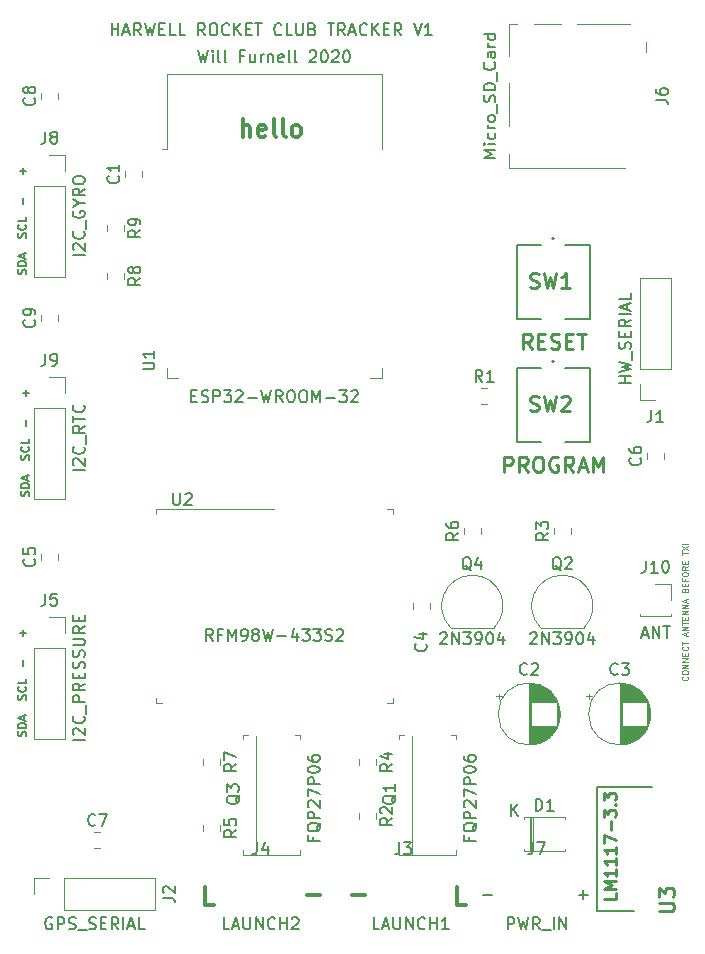
<source format=gbr>
G04 #@! TF.GenerationSoftware,KiCad,Pcbnew,(5.1.5)-3*
G04 #@! TF.CreationDate,2020-05-03T14:35:54+01:00*
G04 #@! TF.ProjectId,RocketTracker,526f636b-6574-4547-9261-636b65722e6b,rev?*
G04 #@! TF.SameCoordinates,Original*
G04 #@! TF.FileFunction,Legend,Top*
G04 #@! TF.FilePolarity,Positive*
%FSLAX46Y46*%
G04 Gerber Fmt 4.6, Leading zero omitted, Abs format (unit mm)*
G04 Created by KiCad (PCBNEW (5.1.5)-3) date 2020-05-03 14:35:54*
%MOMM*%
%LPD*%
G04 APERTURE LIST*
%ADD10C,0.300000*%
%ADD11C,0.175000*%
%ADD12C,0.125000*%
%ADD13C,0.150000*%
%ADD14C,0.120000*%
%ADD15C,0.100000*%
%ADD16C,0.200000*%
%ADD17C,0.254000*%
%ADD18C,0.250000*%
G04 APERTURE END LIST*
D10*
X124650571Y-128631142D02*
X125793428Y-128631142D01*
X120840571Y-128631142D02*
X121983428Y-128631142D01*
X112986285Y-129456571D02*
X112272000Y-129456571D01*
X112272000Y-127956571D01*
X134322285Y-129456571D02*
X133608000Y-129456571D01*
X133608000Y-127956571D01*
D11*
X96824000Y-67576666D02*
X96824000Y-67043333D01*
X97090666Y-67310000D02*
X96557333Y-67310000D01*
X96824000Y-70116666D02*
X96824000Y-69583333D01*
X97057333Y-72969333D02*
X97090666Y-72869333D01*
X97090666Y-72702666D01*
X97057333Y-72636000D01*
X97024000Y-72602666D01*
X96957333Y-72569333D01*
X96890666Y-72569333D01*
X96824000Y-72602666D01*
X96790666Y-72636000D01*
X96757333Y-72702666D01*
X96724000Y-72836000D01*
X96690666Y-72902666D01*
X96657333Y-72936000D01*
X96590666Y-72969333D01*
X96524000Y-72969333D01*
X96457333Y-72936000D01*
X96424000Y-72902666D01*
X96390666Y-72836000D01*
X96390666Y-72669333D01*
X96424000Y-72569333D01*
X97024000Y-71869333D02*
X97057333Y-71902666D01*
X97090666Y-72002666D01*
X97090666Y-72069333D01*
X97057333Y-72169333D01*
X96990666Y-72236000D01*
X96924000Y-72269333D01*
X96790666Y-72302666D01*
X96690666Y-72302666D01*
X96557333Y-72269333D01*
X96490666Y-72236000D01*
X96424000Y-72169333D01*
X96390666Y-72069333D01*
X96390666Y-72002666D01*
X96424000Y-71902666D01*
X96457333Y-71869333D01*
X97090666Y-71236000D02*
X97090666Y-71569333D01*
X96390666Y-71569333D01*
X97057333Y-76034000D02*
X97090666Y-75934000D01*
X97090666Y-75767333D01*
X97057333Y-75700666D01*
X97024000Y-75667333D01*
X96957333Y-75634000D01*
X96890666Y-75634000D01*
X96824000Y-75667333D01*
X96790666Y-75700666D01*
X96757333Y-75767333D01*
X96724000Y-75900666D01*
X96690666Y-75967333D01*
X96657333Y-76000666D01*
X96590666Y-76034000D01*
X96524000Y-76034000D01*
X96457333Y-76000666D01*
X96424000Y-75967333D01*
X96390666Y-75900666D01*
X96390666Y-75734000D01*
X96424000Y-75634000D01*
X97090666Y-75334000D02*
X96390666Y-75334000D01*
X96390666Y-75167333D01*
X96424000Y-75067333D01*
X96490666Y-75000666D01*
X96557333Y-74967333D01*
X96690666Y-74934000D01*
X96790666Y-74934000D01*
X96924000Y-74967333D01*
X96990666Y-75000666D01*
X97057333Y-75067333D01*
X97090666Y-75167333D01*
X97090666Y-75334000D01*
X96890666Y-74667333D02*
X96890666Y-74334000D01*
X97090666Y-74734000D02*
X96390666Y-74500666D01*
X97090666Y-74267333D01*
X97078000Y-86372666D02*
X97078000Y-85839333D01*
X97344666Y-86106000D02*
X96811333Y-86106000D01*
X97078000Y-88912666D02*
X97078000Y-88379333D01*
X97311333Y-91765333D02*
X97344666Y-91665333D01*
X97344666Y-91498666D01*
X97311333Y-91432000D01*
X97278000Y-91398666D01*
X97211333Y-91365333D01*
X97144666Y-91365333D01*
X97078000Y-91398666D01*
X97044666Y-91432000D01*
X97011333Y-91498666D01*
X96978000Y-91632000D01*
X96944666Y-91698666D01*
X96911333Y-91732000D01*
X96844666Y-91765333D01*
X96778000Y-91765333D01*
X96711333Y-91732000D01*
X96678000Y-91698666D01*
X96644666Y-91632000D01*
X96644666Y-91465333D01*
X96678000Y-91365333D01*
X97278000Y-90665333D02*
X97311333Y-90698666D01*
X97344666Y-90798666D01*
X97344666Y-90865333D01*
X97311333Y-90965333D01*
X97244666Y-91032000D01*
X97178000Y-91065333D01*
X97044666Y-91098666D01*
X96944666Y-91098666D01*
X96811333Y-91065333D01*
X96744666Y-91032000D01*
X96678000Y-90965333D01*
X96644666Y-90865333D01*
X96644666Y-90798666D01*
X96678000Y-90698666D01*
X96711333Y-90665333D01*
X97344666Y-90032000D02*
X97344666Y-90365333D01*
X96644666Y-90365333D01*
X97311333Y-94830000D02*
X97344666Y-94730000D01*
X97344666Y-94563333D01*
X97311333Y-94496666D01*
X97278000Y-94463333D01*
X97211333Y-94430000D01*
X97144666Y-94430000D01*
X97078000Y-94463333D01*
X97044666Y-94496666D01*
X97011333Y-94563333D01*
X96978000Y-94696666D01*
X96944666Y-94763333D01*
X96911333Y-94796666D01*
X96844666Y-94830000D01*
X96778000Y-94830000D01*
X96711333Y-94796666D01*
X96678000Y-94763333D01*
X96644666Y-94696666D01*
X96644666Y-94530000D01*
X96678000Y-94430000D01*
X97344666Y-94130000D02*
X96644666Y-94130000D01*
X96644666Y-93963333D01*
X96678000Y-93863333D01*
X96744666Y-93796666D01*
X96811333Y-93763333D01*
X96944666Y-93730000D01*
X97044666Y-93730000D01*
X97178000Y-93763333D01*
X97244666Y-93796666D01*
X97311333Y-93863333D01*
X97344666Y-93963333D01*
X97344666Y-94130000D01*
X97144666Y-93463333D02*
X97144666Y-93130000D01*
X97344666Y-93530000D02*
X96644666Y-93296666D01*
X97344666Y-93063333D01*
X97057333Y-115150000D02*
X97090666Y-115050000D01*
X97090666Y-114883333D01*
X97057333Y-114816666D01*
X97024000Y-114783333D01*
X96957333Y-114750000D01*
X96890666Y-114750000D01*
X96824000Y-114783333D01*
X96790666Y-114816666D01*
X96757333Y-114883333D01*
X96724000Y-115016666D01*
X96690666Y-115083333D01*
X96657333Y-115116666D01*
X96590666Y-115150000D01*
X96524000Y-115150000D01*
X96457333Y-115116666D01*
X96424000Y-115083333D01*
X96390666Y-115016666D01*
X96390666Y-114850000D01*
X96424000Y-114750000D01*
X97090666Y-114450000D02*
X96390666Y-114450000D01*
X96390666Y-114283333D01*
X96424000Y-114183333D01*
X96490666Y-114116666D01*
X96557333Y-114083333D01*
X96690666Y-114050000D01*
X96790666Y-114050000D01*
X96924000Y-114083333D01*
X96990666Y-114116666D01*
X97057333Y-114183333D01*
X97090666Y-114283333D01*
X97090666Y-114450000D01*
X96890666Y-113783333D02*
X96890666Y-113450000D01*
X97090666Y-113850000D02*
X96390666Y-113616666D01*
X97090666Y-113383333D01*
X97057333Y-112085333D02*
X97090666Y-111985333D01*
X97090666Y-111818666D01*
X97057333Y-111752000D01*
X97024000Y-111718666D01*
X96957333Y-111685333D01*
X96890666Y-111685333D01*
X96824000Y-111718666D01*
X96790666Y-111752000D01*
X96757333Y-111818666D01*
X96724000Y-111952000D01*
X96690666Y-112018666D01*
X96657333Y-112052000D01*
X96590666Y-112085333D01*
X96524000Y-112085333D01*
X96457333Y-112052000D01*
X96424000Y-112018666D01*
X96390666Y-111952000D01*
X96390666Y-111785333D01*
X96424000Y-111685333D01*
X97024000Y-110985333D02*
X97057333Y-111018666D01*
X97090666Y-111118666D01*
X97090666Y-111185333D01*
X97057333Y-111285333D01*
X96990666Y-111352000D01*
X96924000Y-111385333D01*
X96790666Y-111418666D01*
X96690666Y-111418666D01*
X96557333Y-111385333D01*
X96490666Y-111352000D01*
X96424000Y-111285333D01*
X96390666Y-111185333D01*
X96390666Y-111118666D01*
X96424000Y-111018666D01*
X96457333Y-110985333D01*
X97090666Y-110352000D02*
X97090666Y-110685333D01*
X96390666Y-110685333D01*
X96824000Y-109232666D02*
X96824000Y-108699333D01*
X96824000Y-106692666D02*
X96824000Y-106159333D01*
X97090666Y-106426000D02*
X96557333Y-106426000D01*
D12*
X153086571Y-110124190D02*
X153110380Y-110148000D01*
X153134190Y-110219428D01*
X153134190Y-110267047D01*
X153110380Y-110338476D01*
X153062761Y-110386095D01*
X153015142Y-110409904D01*
X152919904Y-110433714D01*
X152848476Y-110433714D01*
X152753238Y-110409904D01*
X152705619Y-110386095D01*
X152658000Y-110338476D01*
X152634190Y-110267047D01*
X152634190Y-110219428D01*
X152658000Y-110148000D01*
X152681809Y-110124190D01*
X152634190Y-109814666D02*
X152634190Y-109719428D01*
X152658000Y-109671809D01*
X152705619Y-109624190D01*
X152800857Y-109600380D01*
X152967523Y-109600380D01*
X153062761Y-109624190D01*
X153110380Y-109671809D01*
X153134190Y-109719428D01*
X153134190Y-109814666D01*
X153110380Y-109862285D01*
X153062761Y-109909904D01*
X152967523Y-109933714D01*
X152800857Y-109933714D01*
X152705619Y-109909904D01*
X152658000Y-109862285D01*
X152634190Y-109814666D01*
X153134190Y-109386095D02*
X152634190Y-109386095D01*
X153134190Y-109100380D01*
X152634190Y-109100380D01*
X153134190Y-108862285D02*
X152634190Y-108862285D01*
X153134190Y-108576571D01*
X152634190Y-108576571D01*
X152872285Y-108338476D02*
X152872285Y-108171809D01*
X153134190Y-108100380D02*
X153134190Y-108338476D01*
X152634190Y-108338476D01*
X152634190Y-108100380D01*
X153086571Y-107600380D02*
X153110380Y-107624190D01*
X153134190Y-107695619D01*
X153134190Y-107743238D01*
X153110380Y-107814666D01*
X153062761Y-107862285D01*
X153015142Y-107886095D01*
X152919904Y-107909904D01*
X152848476Y-107909904D01*
X152753238Y-107886095D01*
X152705619Y-107862285D01*
X152658000Y-107814666D01*
X152634190Y-107743238D01*
X152634190Y-107695619D01*
X152658000Y-107624190D01*
X152681809Y-107600380D01*
X152634190Y-107457523D02*
X152634190Y-107171809D01*
X153134190Y-107314666D02*
X152634190Y-107314666D01*
X152991333Y-106648000D02*
X152991333Y-106409904D01*
X153134190Y-106695619D02*
X152634190Y-106528952D01*
X153134190Y-106362285D01*
X153134190Y-106195619D02*
X152634190Y-106195619D01*
X153134190Y-105909904D01*
X152634190Y-105909904D01*
X152634190Y-105743238D02*
X152634190Y-105457523D01*
X153134190Y-105600380D02*
X152634190Y-105600380D01*
X152872285Y-105290857D02*
X152872285Y-105124190D01*
X153134190Y-105052761D02*
X153134190Y-105290857D01*
X152634190Y-105290857D01*
X152634190Y-105052761D01*
X153134190Y-104838476D02*
X152634190Y-104838476D01*
X153134190Y-104552761D01*
X152634190Y-104552761D01*
X153134190Y-104314666D02*
X152634190Y-104314666D01*
X153134190Y-104028952D01*
X152634190Y-104028952D01*
X152991333Y-103814666D02*
X152991333Y-103576571D01*
X153134190Y-103862285D02*
X152634190Y-103695619D01*
X153134190Y-103528952D01*
X152872285Y-102814666D02*
X152896095Y-102743238D01*
X152919904Y-102719428D01*
X152967523Y-102695619D01*
X153038952Y-102695619D01*
X153086571Y-102719428D01*
X153110380Y-102743238D01*
X153134190Y-102790857D01*
X153134190Y-102981333D01*
X152634190Y-102981333D01*
X152634190Y-102814666D01*
X152658000Y-102767047D01*
X152681809Y-102743238D01*
X152729428Y-102719428D01*
X152777047Y-102719428D01*
X152824666Y-102743238D01*
X152848476Y-102767047D01*
X152872285Y-102814666D01*
X152872285Y-102981333D01*
X152872285Y-102481333D02*
X152872285Y-102314666D01*
X153134190Y-102243238D02*
X153134190Y-102481333D01*
X152634190Y-102481333D01*
X152634190Y-102243238D01*
X152872285Y-101862285D02*
X152872285Y-102028952D01*
X153134190Y-102028952D02*
X152634190Y-102028952D01*
X152634190Y-101790857D01*
X152634190Y-101505142D02*
X152634190Y-101409904D01*
X152658000Y-101362285D01*
X152705619Y-101314666D01*
X152800857Y-101290857D01*
X152967523Y-101290857D01*
X153062761Y-101314666D01*
X153110380Y-101362285D01*
X153134190Y-101409904D01*
X153134190Y-101505142D01*
X153110380Y-101552761D01*
X153062761Y-101600380D01*
X152967523Y-101624190D01*
X152800857Y-101624190D01*
X152705619Y-101600380D01*
X152658000Y-101552761D01*
X152634190Y-101505142D01*
X153134190Y-100790857D02*
X152896095Y-100957523D01*
X153134190Y-101076571D02*
X152634190Y-101076571D01*
X152634190Y-100886095D01*
X152658000Y-100838476D01*
X152681809Y-100814666D01*
X152729428Y-100790857D01*
X152800857Y-100790857D01*
X152848476Y-100814666D01*
X152872285Y-100838476D01*
X152896095Y-100886095D01*
X152896095Y-101076571D01*
X152872285Y-100576571D02*
X152872285Y-100409904D01*
X153134190Y-100338476D02*
X153134190Y-100576571D01*
X152634190Y-100576571D01*
X152634190Y-100338476D01*
X152634190Y-99814666D02*
X152634190Y-99528952D01*
X153134190Y-99671809D02*
X152634190Y-99671809D01*
X152634190Y-99409904D02*
X153134190Y-99076571D01*
X152634190Y-99076571D02*
X153134190Y-99409904D01*
X153086571Y-98886095D02*
X153110380Y-98862285D01*
X153134190Y-98886095D01*
X153110380Y-98909904D01*
X153086571Y-98886095D01*
X153134190Y-98886095D01*
X152943714Y-98886095D02*
X152658000Y-98909904D01*
X152634190Y-98886095D01*
X152658000Y-98862285D01*
X152943714Y-98886095D01*
X152634190Y-98886095D01*
D10*
X115427428Y-64432571D02*
X115427428Y-62932571D01*
X116070285Y-64432571D02*
X116070285Y-63646857D01*
X115998857Y-63504000D01*
X115856000Y-63432571D01*
X115641714Y-63432571D01*
X115498857Y-63504000D01*
X115427428Y-63575428D01*
X117356000Y-64361142D02*
X117213142Y-64432571D01*
X116927428Y-64432571D01*
X116784571Y-64361142D01*
X116713142Y-64218285D01*
X116713142Y-63646857D01*
X116784571Y-63504000D01*
X116927428Y-63432571D01*
X117213142Y-63432571D01*
X117356000Y-63504000D01*
X117427428Y-63646857D01*
X117427428Y-63789714D01*
X116713142Y-63932571D01*
X118284571Y-64432571D02*
X118141714Y-64361142D01*
X118070285Y-64218285D01*
X118070285Y-62932571D01*
X119070285Y-64432571D02*
X118927428Y-64361142D01*
X118856000Y-64218285D01*
X118856000Y-62932571D01*
X119856000Y-64432571D02*
X119713142Y-64361142D01*
X119641714Y-64289714D01*
X119570285Y-64146857D01*
X119570285Y-63718285D01*
X119641714Y-63575428D01*
X119713142Y-63504000D01*
X119856000Y-63432571D01*
X120070285Y-63432571D01*
X120213142Y-63504000D01*
X120284571Y-63575428D01*
X120356000Y-63718285D01*
X120356000Y-64146857D01*
X120284571Y-64289714D01*
X120213142Y-64361142D01*
X120070285Y-64432571D01*
X119856000Y-64432571D01*
D13*
X135763047Y-128595428D02*
X136524952Y-128595428D01*
X143891047Y-128595428D02*
X144652952Y-128595428D01*
X144272000Y-128976380D02*
X144272000Y-128214476D01*
X111657619Y-57110380D02*
X111895714Y-58110380D01*
X112086190Y-57396095D01*
X112276666Y-58110380D01*
X112514761Y-57110380D01*
X112895714Y-58110380D02*
X112895714Y-57443714D01*
X112895714Y-57110380D02*
X112848095Y-57158000D01*
X112895714Y-57205619D01*
X112943333Y-57158000D01*
X112895714Y-57110380D01*
X112895714Y-57205619D01*
X113514761Y-58110380D02*
X113419523Y-58062761D01*
X113371904Y-57967523D01*
X113371904Y-57110380D01*
X114038571Y-58110380D02*
X113943333Y-58062761D01*
X113895714Y-57967523D01*
X113895714Y-57110380D01*
X115514761Y-57586571D02*
X115181428Y-57586571D01*
X115181428Y-58110380D02*
X115181428Y-57110380D01*
X115657619Y-57110380D01*
X116467142Y-57443714D02*
X116467142Y-58110380D01*
X116038571Y-57443714D02*
X116038571Y-57967523D01*
X116086190Y-58062761D01*
X116181428Y-58110380D01*
X116324285Y-58110380D01*
X116419523Y-58062761D01*
X116467142Y-58015142D01*
X116943333Y-58110380D02*
X116943333Y-57443714D01*
X116943333Y-57634190D02*
X116990952Y-57538952D01*
X117038571Y-57491333D01*
X117133809Y-57443714D01*
X117229047Y-57443714D01*
X117562380Y-57443714D02*
X117562380Y-58110380D01*
X117562380Y-57538952D02*
X117610000Y-57491333D01*
X117705238Y-57443714D01*
X117848095Y-57443714D01*
X117943333Y-57491333D01*
X117990952Y-57586571D01*
X117990952Y-58110380D01*
X118848095Y-58062761D02*
X118752857Y-58110380D01*
X118562380Y-58110380D01*
X118467142Y-58062761D01*
X118419523Y-57967523D01*
X118419523Y-57586571D01*
X118467142Y-57491333D01*
X118562380Y-57443714D01*
X118752857Y-57443714D01*
X118848095Y-57491333D01*
X118895714Y-57586571D01*
X118895714Y-57681809D01*
X118419523Y-57777047D01*
X119467142Y-58110380D02*
X119371904Y-58062761D01*
X119324285Y-57967523D01*
X119324285Y-57110380D01*
X119990952Y-58110380D02*
X119895714Y-58062761D01*
X119848095Y-57967523D01*
X119848095Y-57110380D01*
X121086190Y-57205619D02*
X121133809Y-57158000D01*
X121229047Y-57110380D01*
X121467142Y-57110380D01*
X121562380Y-57158000D01*
X121610000Y-57205619D01*
X121657619Y-57300857D01*
X121657619Y-57396095D01*
X121610000Y-57538952D01*
X121038571Y-58110380D01*
X121657619Y-58110380D01*
X122276666Y-57110380D02*
X122371904Y-57110380D01*
X122467142Y-57158000D01*
X122514761Y-57205619D01*
X122562380Y-57300857D01*
X122610000Y-57491333D01*
X122610000Y-57729428D01*
X122562380Y-57919904D01*
X122514761Y-58015142D01*
X122467142Y-58062761D01*
X122371904Y-58110380D01*
X122276666Y-58110380D01*
X122181428Y-58062761D01*
X122133809Y-58015142D01*
X122086190Y-57919904D01*
X122038571Y-57729428D01*
X122038571Y-57491333D01*
X122086190Y-57300857D01*
X122133809Y-57205619D01*
X122181428Y-57158000D01*
X122276666Y-57110380D01*
X122990952Y-57205619D02*
X123038571Y-57158000D01*
X123133809Y-57110380D01*
X123371904Y-57110380D01*
X123467142Y-57158000D01*
X123514761Y-57205619D01*
X123562380Y-57300857D01*
X123562380Y-57396095D01*
X123514761Y-57538952D01*
X122943333Y-58110380D01*
X123562380Y-58110380D01*
X124181428Y-57110380D02*
X124276666Y-57110380D01*
X124371904Y-57158000D01*
X124419523Y-57205619D01*
X124467142Y-57300857D01*
X124514761Y-57491333D01*
X124514761Y-57729428D01*
X124467142Y-57919904D01*
X124419523Y-58015142D01*
X124371904Y-58062761D01*
X124276666Y-58110380D01*
X124181428Y-58110380D01*
X124086190Y-58062761D01*
X124038571Y-58015142D01*
X123990952Y-57919904D01*
X123943333Y-57729428D01*
X123943333Y-57491333D01*
X123990952Y-57300857D01*
X124038571Y-57205619D01*
X124086190Y-57158000D01*
X124181428Y-57110380D01*
X104332190Y-55824380D02*
X104332190Y-54824380D01*
X104332190Y-55300571D02*
X104903619Y-55300571D01*
X104903619Y-55824380D02*
X104903619Y-54824380D01*
X105332190Y-55538666D02*
X105808380Y-55538666D01*
X105236952Y-55824380D02*
X105570285Y-54824380D01*
X105903619Y-55824380D01*
X106808380Y-55824380D02*
X106475047Y-55348190D01*
X106236952Y-55824380D02*
X106236952Y-54824380D01*
X106617904Y-54824380D01*
X106713142Y-54872000D01*
X106760761Y-54919619D01*
X106808380Y-55014857D01*
X106808380Y-55157714D01*
X106760761Y-55252952D01*
X106713142Y-55300571D01*
X106617904Y-55348190D01*
X106236952Y-55348190D01*
X107141714Y-54824380D02*
X107379809Y-55824380D01*
X107570285Y-55110095D01*
X107760761Y-55824380D01*
X107998857Y-54824380D01*
X108379809Y-55300571D02*
X108713142Y-55300571D01*
X108856000Y-55824380D02*
X108379809Y-55824380D01*
X108379809Y-54824380D01*
X108856000Y-54824380D01*
X109760761Y-55824380D02*
X109284571Y-55824380D01*
X109284571Y-54824380D01*
X110570285Y-55824380D02*
X110094095Y-55824380D01*
X110094095Y-54824380D01*
X112236952Y-55824380D02*
X111903619Y-55348190D01*
X111665523Y-55824380D02*
X111665523Y-54824380D01*
X112046476Y-54824380D01*
X112141714Y-54872000D01*
X112189333Y-54919619D01*
X112236952Y-55014857D01*
X112236952Y-55157714D01*
X112189333Y-55252952D01*
X112141714Y-55300571D01*
X112046476Y-55348190D01*
X111665523Y-55348190D01*
X112856000Y-54824380D02*
X113046476Y-54824380D01*
X113141714Y-54872000D01*
X113236952Y-54967238D01*
X113284571Y-55157714D01*
X113284571Y-55491047D01*
X113236952Y-55681523D01*
X113141714Y-55776761D01*
X113046476Y-55824380D01*
X112856000Y-55824380D01*
X112760761Y-55776761D01*
X112665523Y-55681523D01*
X112617904Y-55491047D01*
X112617904Y-55157714D01*
X112665523Y-54967238D01*
X112760761Y-54872000D01*
X112856000Y-54824380D01*
X114284571Y-55729142D02*
X114236952Y-55776761D01*
X114094095Y-55824380D01*
X113998857Y-55824380D01*
X113856000Y-55776761D01*
X113760761Y-55681523D01*
X113713142Y-55586285D01*
X113665523Y-55395809D01*
X113665523Y-55252952D01*
X113713142Y-55062476D01*
X113760761Y-54967238D01*
X113856000Y-54872000D01*
X113998857Y-54824380D01*
X114094095Y-54824380D01*
X114236952Y-54872000D01*
X114284571Y-54919619D01*
X114713142Y-55824380D02*
X114713142Y-54824380D01*
X115284571Y-55824380D02*
X114856000Y-55252952D01*
X115284571Y-54824380D02*
X114713142Y-55395809D01*
X115713142Y-55300571D02*
X116046476Y-55300571D01*
X116189333Y-55824380D02*
X115713142Y-55824380D01*
X115713142Y-54824380D01*
X116189333Y-54824380D01*
X116475047Y-54824380D02*
X117046476Y-54824380D01*
X116760761Y-55824380D02*
X116760761Y-54824380D01*
X118713142Y-55729142D02*
X118665523Y-55776761D01*
X118522666Y-55824380D01*
X118427428Y-55824380D01*
X118284571Y-55776761D01*
X118189333Y-55681523D01*
X118141714Y-55586285D01*
X118094095Y-55395809D01*
X118094095Y-55252952D01*
X118141714Y-55062476D01*
X118189333Y-54967238D01*
X118284571Y-54872000D01*
X118427428Y-54824380D01*
X118522666Y-54824380D01*
X118665523Y-54872000D01*
X118713142Y-54919619D01*
X119617904Y-55824380D02*
X119141714Y-55824380D01*
X119141714Y-54824380D01*
X119951238Y-54824380D02*
X119951238Y-55633904D01*
X119998857Y-55729142D01*
X120046476Y-55776761D01*
X120141714Y-55824380D01*
X120332190Y-55824380D01*
X120427428Y-55776761D01*
X120475047Y-55729142D01*
X120522666Y-55633904D01*
X120522666Y-54824380D01*
X121332190Y-55300571D02*
X121475047Y-55348190D01*
X121522666Y-55395809D01*
X121570285Y-55491047D01*
X121570285Y-55633904D01*
X121522666Y-55729142D01*
X121475047Y-55776761D01*
X121379809Y-55824380D01*
X120998857Y-55824380D01*
X120998857Y-54824380D01*
X121332190Y-54824380D01*
X121427428Y-54872000D01*
X121475047Y-54919619D01*
X121522666Y-55014857D01*
X121522666Y-55110095D01*
X121475047Y-55205333D01*
X121427428Y-55252952D01*
X121332190Y-55300571D01*
X120998857Y-55300571D01*
X122617904Y-54824380D02*
X123189333Y-54824380D01*
X122903619Y-55824380D02*
X122903619Y-54824380D01*
X124094095Y-55824380D02*
X123760761Y-55348190D01*
X123522666Y-55824380D02*
X123522666Y-54824380D01*
X123903619Y-54824380D01*
X123998857Y-54872000D01*
X124046476Y-54919619D01*
X124094095Y-55014857D01*
X124094095Y-55157714D01*
X124046476Y-55252952D01*
X123998857Y-55300571D01*
X123903619Y-55348190D01*
X123522666Y-55348190D01*
X124475047Y-55538666D02*
X124951238Y-55538666D01*
X124379809Y-55824380D02*
X124713142Y-54824380D01*
X125046476Y-55824380D01*
X125951238Y-55729142D02*
X125903619Y-55776761D01*
X125760761Y-55824380D01*
X125665523Y-55824380D01*
X125522666Y-55776761D01*
X125427428Y-55681523D01*
X125379809Y-55586285D01*
X125332190Y-55395809D01*
X125332190Y-55252952D01*
X125379809Y-55062476D01*
X125427428Y-54967238D01*
X125522666Y-54872000D01*
X125665523Y-54824380D01*
X125760761Y-54824380D01*
X125903619Y-54872000D01*
X125951238Y-54919619D01*
X126379809Y-55824380D02*
X126379809Y-54824380D01*
X126951238Y-55824380D02*
X126522666Y-55252952D01*
X126951238Y-54824380D02*
X126379809Y-55395809D01*
X127379809Y-55300571D02*
X127713142Y-55300571D01*
X127856000Y-55824380D02*
X127379809Y-55824380D01*
X127379809Y-54824380D01*
X127856000Y-54824380D01*
X128856000Y-55824380D02*
X128522666Y-55348190D01*
X128284571Y-55824380D02*
X128284571Y-54824380D01*
X128665523Y-54824380D01*
X128760761Y-54872000D01*
X128808380Y-54919619D01*
X128856000Y-55014857D01*
X128856000Y-55157714D01*
X128808380Y-55252952D01*
X128760761Y-55300571D01*
X128665523Y-55348190D01*
X128284571Y-55348190D01*
X129903619Y-54824380D02*
X130236952Y-55824380D01*
X130570285Y-54824380D01*
X131427428Y-55824380D02*
X130856000Y-55824380D01*
X131141714Y-55824380D02*
X131141714Y-54824380D01*
X131046476Y-54967238D01*
X130951238Y-55062476D01*
X130856000Y-55110095D01*
D14*
G04 #@! TO.C,U1*
X108990000Y-84030000D02*
X108990000Y-84810000D01*
X108990000Y-84810000D02*
X109990000Y-84810000D01*
X127230000Y-84030000D02*
X127230000Y-84810000D01*
X127230000Y-84810000D02*
X126230000Y-84810000D01*
X108990000Y-59065000D02*
X127230000Y-59065000D01*
X127230000Y-59065000D02*
X127230000Y-65485000D01*
X108990000Y-59065000D02*
X108990000Y-65485000D01*
X108990000Y-65485000D02*
X108610000Y-65485000D01*
G04 #@! TO.C,J6*
X148214000Y-54890000D02*
X143764000Y-54890000D01*
X142364000Y-54890000D02*
X140064000Y-54890000D01*
X138664000Y-54890000D02*
X137944000Y-54890000D01*
X137944000Y-54890000D02*
X137944000Y-57570000D01*
X137944000Y-59870000D02*
X137944000Y-63540000D01*
X137944000Y-65840000D02*
X137944000Y-67070000D01*
X137944000Y-67070000D02*
X147764000Y-67070000D01*
X149584000Y-56370000D02*
X149584000Y-57230000D01*
G04 #@! TO.C,C7*
X102862748Y-124662000D02*
X103385252Y-124662000D01*
X102862748Y-123242000D02*
X103385252Y-123242000D01*
G04 #@! TO.C,R9*
X103938000Y-71883748D02*
X103938000Y-72406252D01*
X105358000Y-71883748D02*
X105358000Y-72406252D01*
G04 #@! TO.C,R8*
X103938000Y-75938748D02*
X103938000Y-76461252D01*
X105358000Y-75938748D02*
X105358000Y-76461252D01*
G04 #@! TO.C,R7*
X112066000Y-117077748D02*
X112066000Y-117600252D01*
X113486000Y-117077748D02*
X113486000Y-117600252D01*
G04 #@! TO.C,R6*
X135584000Y-98051252D02*
X135584000Y-97528748D01*
X134164000Y-98051252D02*
X134164000Y-97528748D01*
G04 #@! TO.C,R5*
X112066000Y-122665748D02*
X112066000Y-123188252D01*
X113486000Y-122665748D02*
X113486000Y-123188252D01*
G04 #@! TO.C,R4*
X125274000Y-117077748D02*
X125274000Y-117600252D01*
X126694000Y-117077748D02*
X126694000Y-117600252D01*
G04 #@! TO.C,R3*
X143204000Y-98051252D02*
X143204000Y-97528748D01*
X141784000Y-98051252D02*
X141784000Y-97528748D01*
G04 #@! TO.C,R2*
X125274000Y-121649748D02*
X125274000Y-122172252D01*
X126694000Y-121649748D02*
X126694000Y-122172252D01*
G04 #@! TO.C,R1*
X135628748Y-87070000D02*
X136151252Y-87070000D01*
X135628748Y-85650000D02*
X136151252Y-85650000D01*
G04 #@! TO.C,C9*
X99770000Y-80017252D02*
X99770000Y-79494748D01*
X98350000Y-80017252D02*
X98350000Y-79494748D01*
G04 #@! TO.C,C8*
X99770000Y-61212252D02*
X99770000Y-60689748D01*
X98350000Y-61212252D02*
X98350000Y-60689748D01*
G04 #@! TO.C,C6*
X151078000Y-91701252D02*
X151078000Y-91178748D01*
X149658000Y-91701252D02*
X149658000Y-91178748D01*
G04 #@! TO.C,C5*
X99770000Y-100257252D02*
X99770000Y-99734748D01*
X98350000Y-100257252D02*
X98350000Y-99734748D01*
G04 #@! TO.C,C4*
X129846000Y-103878748D02*
X129846000Y-104401252D01*
X131266000Y-103878748D02*
X131266000Y-104401252D01*
G04 #@! TO.C,C1*
X106882000Y-67825252D02*
X106882000Y-67302748D01*
X105462000Y-67825252D02*
X105462000Y-67302748D01*
D15*
G04 #@! TO.C,U2*
X108060000Y-95940000D02*
X118060000Y-95940000D01*
X108060000Y-112340000D02*
X108560000Y-112340000D01*
X108060000Y-111940000D02*
X108060000Y-112340000D01*
X127660000Y-112340000D02*
X128160000Y-112340000D01*
X128160000Y-111940000D02*
X128160000Y-112340000D01*
X127660000Y-95940000D02*
X128160000Y-95940000D01*
X128160000Y-95940000D02*
X128160000Y-96340000D01*
X108060000Y-95940000D02*
X108060000Y-96340000D01*
D14*
G04 #@! TO.C,J10*
X150368000Y-102302000D02*
X151698000Y-102302000D01*
X151698000Y-102302000D02*
X151698000Y-103632000D01*
X151698000Y-104842000D02*
X151698000Y-104962000D01*
X149038000Y-104842000D02*
X149038000Y-104962000D01*
X149038000Y-104962000D02*
X151698000Y-104962000D01*
G04 #@! TO.C,C2*
X137125225Y-111559000D02*
X137125225Y-112059000D01*
X136875225Y-111809000D02*
X137375225Y-111809000D01*
X142281000Y-113000000D02*
X142281000Y-113568000D01*
X142241000Y-112766000D02*
X142241000Y-113802000D01*
X142201000Y-112607000D02*
X142201000Y-113961000D01*
X142161000Y-112479000D02*
X142161000Y-114089000D01*
X142121000Y-112369000D02*
X142121000Y-114199000D01*
X142081000Y-112273000D02*
X142081000Y-114295000D01*
X142041000Y-112186000D02*
X142041000Y-114382000D01*
X142001000Y-112106000D02*
X142001000Y-114462000D01*
X141961000Y-114324000D02*
X141961000Y-114535000D01*
X141961000Y-112033000D02*
X141961000Y-112244000D01*
X141921000Y-114324000D02*
X141921000Y-114603000D01*
X141921000Y-111965000D02*
X141921000Y-112244000D01*
X141881000Y-114324000D02*
X141881000Y-114667000D01*
X141881000Y-111901000D02*
X141881000Y-112244000D01*
X141841000Y-114324000D02*
X141841000Y-114727000D01*
X141841000Y-111841000D02*
X141841000Y-112244000D01*
X141801000Y-114324000D02*
X141801000Y-114784000D01*
X141801000Y-111784000D02*
X141801000Y-112244000D01*
X141761000Y-114324000D02*
X141761000Y-114838000D01*
X141761000Y-111730000D02*
X141761000Y-112244000D01*
X141721000Y-114324000D02*
X141721000Y-114889000D01*
X141721000Y-111679000D02*
X141721000Y-112244000D01*
X141681000Y-114324000D02*
X141681000Y-114937000D01*
X141681000Y-111631000D02*
X141681000Y-112244000D01*
X141641000Y-114324000D02*
X141641000Y-114983000D01*
X141641000Y-111585000D02*
X141641000Y-112244000D01*
X141601000Y-114324000D02*
X141601000Y-115027000D01*
X141601000Y-111541000D02*
X141601000Y-112244000D01*
X141561000Y-114324000D02*
X141561000Y-115069000D01*
X141561000Y-111499000D02*
X141561000Y-112244000D01*
X141521000Y-114324000D02*
X141521000Y-115110000D01*
X141521000Y-111458000D02*
X141521000Y-112244000D01*
X141481000Y-114324000D02*
X141481000Y-115148000D01*
X141481000Y-111420000D02*
X141481000Y-112244000D01*
X141441000Y-114324000D02*
X141441000Y-115185000D01*
X141441000Y-111383000D02*
X141441000Y-112244000D01*
X141401000Y-114324000D02*
X141401000Y-115221000D01*
X141401000Y-111347000D02*
X141401000Y-112244000D01*
X141361000Y-114324000D02*
X141361000Y-115255000D01*
X141361000Y-111313000D02*
X141361000Y-112244000D01*
X141321000Y-114324000D02*
X141321000Y-115288000D01*
X141321000Y-111280000D02*
X141321000Y-112244000D01*
X141281000Y-114324000D02*
X141281000Y-115319000D01*
X141281000Y-111249000D02*
X141281000Y-112244000D01*
X141241000Y-114324000D02*
X141241000Y-115349000D01*
X141241000Y-111219000D02*
X141241000Y-112244000D01*
X141201000Y-114324000D02*
X141201000Y-115379000D01*
X141201000Y-111189000D02*
X141201000Y-112244000D01*
X141161000Y-114324000D02*
X141161000Y-115406000D01*
X141161000Y-111162000D02*
X141161000Y-112244000D01*
X141121000Y-114324000D02*
X141121000Y-115433000D01*
X141121000Y-111135000D02*
X141121000Y-112244000D01*
X141081000Y-114324000D02*
X141081000Y-115459000D01*
X141081000Y-111109000D02*
X141081000Y-112244000D01*
X141041000Y-114324000D02*
X141041000Y-115484000D01*
X141041000Y-111084000D02*
X141041000Y-112244000D01*
X141001000Y-114324000D02*
X141001000Y-115508000D01*
X141001000Y-111060000D02*
X141001000Y-112244000D01*
X140961000Y-114324000D02*
X140961000Y-115531000D01*
X140961000Y-111037000D02*
X140961000Y-112244000D01*
X140921000Y-114324000D02*
X140921000Y-115552000D01*
X140921000Y-111016000D02*
X140921000Y-112244000D01*
X140881000Y-114324000D02*
X140881000Y-115574000D01*
X140881000Y-110994000D02*
X140881000Y-112244000D01*
X140841000Y-114324000D02*
X140841000Y-115594000D01*
X140841000Y-110974000D02*
X140841000Y-112244000D01*
X140801000Y-114324000D02*
X140801000Y-115613000D01*
X140801000Y-110955000D02*
X140801000Y-112244000D01*
X140761000Y-114324000D02*
X140761000Y-115632000D01*
X140761000Y-110936000D02*
X140761000Y-112244000D01*
X140721000Y-114324000D02*
X140721000Y-115649000D01*
X140721000Y-110919000D02*
X140721000Y-112244000D01*
X140681000Y-114324000D02*
X140681000Y-115666000D01*
X140681000Y-110902000D02*
X140681000Y-112244000D01*
X140641000Y-114324000D02*
X140641000Y-115682000D01*
X140641000Y-110886000D02*
X140641000Y-112244000D01*
X140601000Y-114324000D02*
X140601000Y-115698000D01*
X140601000Y-110870000D02*
X140601000Y-112244000D01*
X140561000Y-114324000D02*
X140561000Y-115712000D01*
X140561000Y-110856000D02*
X140561000Y-112244000D01*
X140521000Y-114324000D02*
X140521000Y-115726000D01*
X140521000Y-110842000D02*
X140521000Y-112244000D01*
X140481000Y-114324000D02*
X140481000Y-115739000D01*
X140481000Y-110829000D02*
X140481000Y-112244000D01*
X140441000Y-114324000D02*
X140441000Y-115752000D01*
X140441000Y-110816000D02*
X140441000Y-112244000D01*
X140401000Y-114324000D02*
X140401000Y-115764000D01*
X140401000Y-110804000D02*
X140401000Y-112244000D01*
X140360000Y-114324000D02*
X140360000Y-115775000D01*
X140360000Y-110793000D02*
X140360000Y-112244000D01*
X140320000Y-114324000D02*
X140320000Y-115785000D01*
X140320000Y-110783000D02*
X140320000Y-112244000D01*
X140280000Y-114324000D02*
X140280000Y-115795000D01*
X140280000Y-110773000D02*
X140280000Y-112244000D01*
X140240000Y-114324000D02*
X140240000Y-115804000D01*
X140240000Y-110764000D02*
X140240000Y-112244000D01*
X140200000Y-114324000D02*
X140200000Y-115812000D01*
X140200000Y-110756000D02*
X140200000Y-112244000D01*
X140160000Y-114324000D02*
X140160000Y-115820000D01*
X140160000Y-110748000D02*
X140160000Y-112244000D01*
X140120000Y-114324000D02*
X140120000Y-115827000D01*
X140120000Y-110741000D02*
X140120000Y-112244000D01*
X140080000Y-114324000D02*
X140080000Y-115834000D01*
X140080000Y-110734000D02*
X140080000Y-112244000D01*
X140040000Y-114324000D02*
X140040000Y-115840000D01*
X140040000Y-110728000D02*
X140040000Y-112244000D01*
X140000000Y-114324000D02*
X140000000Y-115845000D01*
X140000000Y-110723000D02*
X140000000Y-112244000D01*
X139960000Y-114324000D02*
X139960000Y-115849000D01*
X139960000Y-110719000D02*
X139960000Y-112244000D01*
X139920000Y-114324000D02*
X139920000Y-115853000D01*
X139920000Y-110715000D02*
X139920000Y-112244000D01*
X139880000Y-110711000D02*
X139880000Y-115857000D01*
X139840000Y-110708000D02*
X139840000Y-115860000D01*
X139800000Y-110706000D02*
X139800000Y-115862000D01*
X139760000Y-110705000D02*
X139760000Y-115863000D01*
X139720000Y-110704000D02*
X139720000Y-115864000D01*
X139680000Y-110704000D02*
X139680000Y-115864000D01*
X142300000Y-113284000D02*
G75*
G03X142300000Y-113284000I-2620000J0D01*
G01*
G04 #@! TO.C,C3*
X149960000Y-113284000D02*
G75*
G03X149960000Y-113284000I-2620000J0D01*
G01*
X147340000Y-110704000D02*
X147340000Y-115864000D01*
X147380000Y-110704000D02*
X147380000Y-115864000D01*
X147420000Y-110705000D02*
X147420000Y-115863000D01*
X147460000Y-110706000D02*
X147460000Y-115862000D01*
X147500000Y-110708000D02*
X147500000Y-115860000D01*
X147540000Y-110711000D02*
X147540000Y-115857000D01*
X147580000Y-110715000D02*
X147580000Y-112244000D01*
X147580000Y-114324000D02*
X147580000Y-115853000D01*
X147620000Y-110719000D02*
X147620000Y-112244000D01*
X147620000Y-114324000D02*
X147620000Y-115849000D01*
X147660000Y-110723000D02*
X147660000Y-112244000D01*
X147660000Y-114324000D02*
X147660000Y-115845000D01*
X147700000Y-110728000D02*
X147700000Y-112244000D01*
X147700000Y-114324000D02*
X147700000Y-115840000D01*
X147740000Y-110734000D02*
X147740000Y-112244000D01*
X147740000Y-114324000D02*
X147740000Y-115834000D01*
X147780000Y-110741000D02*
X147780000Y-112244000D01*
X147780000Y-114324000D02*
X147780000Y-115827000D01*
X147820000Y-110748000D02*
X147820000Y-112244000D01*
X147820000Y-114324000D02*
X147820000Y-115820000D01*
X147860000Y-110756000D02*
X147860000Y-112244000D01*
X147860000Y-114324000D02*
X147860000Y-115812000D01*
X147900000Y-110764000D02*
X147900000Y-112244000D01*
X147900000Y-114324000D02*
X147900000Y-115804000D01*
X147940000Y-110773000D02*
X147940000Y-112244000D01*
X147940000Y-114324000D02*
X147940000Y-115795000D01*
X147980000Y-110783000D02*
X147980000Y-112244000D01*
X147980000Y-114324000D02*
X147980000Y-115785000D01*
X148020000Y-110793000D02*
X148020000Y-112244000D01*
X148020000Y-114324000D02*
X148020000Y-115775000D01*
X148061000Y-110804000D02*
X148061000Y-112244000D01*
X148061000Y-114324000D02*
X148061000Y-115764000D01*
X148101000Y-110816000D02*
X148101000Y-112244000D01*
X148101000Y-114324000D02*
X148101000Y-115752000D01*
X148141000Y-110829000D02*
X148141000Y-112244000D01*
X148141000Y-114324000D02*
X148141000Y-115739000D01*
X148181000Y-110842000D02*
X148181000Y-112244000D01*
X148181000Y-114324000D02*
X148181000Y-115726000D01*
X148221000Y-110856000D02*
X148221000Y-112244000D01*
X148221000Y-114324000D02*
X148221000Y-115712000D01*
X148261000Y-110870000D02*
X148261000Y-112244000D01*
X148261000Y-114324000D02*
X148261000Y-115698000D01*
X148301000Y-110886000D02*
X148301000Y-112244000D01*
X148301000Y-114324000D02*
X148301000Y-115682000D01*
X148341000Y-110902000D02*
X148341000Y-112244000D01*
X148341000Y-114324000D02*
X148341000Y-115666000D01*
X148381000Y-110919000D02*
X148381000Y-112244000D01*
X148381000Y-114324000D02*
X148381000Y-115649000D01*
X148421000Y-110936000D02*
X148421000Y-112244000D01*
X148421000Y-114324000D02*
X148421000Y-115632000D01*
X148461000Y-110955000D02*
X148461000Y-112244000D01*
X148461000Y-114324000D02*
X148461000Y-115613000D01*
X148501000Y-110974000D02*
X148501000Y-112244000D01*
X148501000Y-114324000D02*
X148501000Y-115594000D01*
X148541000Y-110994000D02*
X148541000Y-112244000D01*
X148541000Y-114324000D02*
X148541000Y-115574000D01*
X148581000Y-111016000D02*
X148581000Y-112244000D01*
X148581000Y-114324000D02*
X148581000Y-115552000D01*
X148621000Y-111037000D02*
X148621000Y-112244000D01*
X148621000Y-114324000D02*
X148621000Y-115531000D01*
X148661000Y-111060000D02*
X148661000Y-112244000D01*
X148661000Y-114324000D02*
X148661000Y-115508000D01*
X148701000Y-111084000D02*
X148701000Y-112244000D01*
X148701000Y-114324000D02*
X148701000Y-115484000D01*
X148741000Y-111109000D02*
X148741000Y-112244000D01*
X148741000Y-114324000D02*
X148741000Y-115459000D01*
X148781000Y-111135000D02*
X148781000Y-112244000D01*
X148781000Y-114324000D02*
X148781000Y-115433000D01*
X148821000Y-111162000D02*
X148821000Y-112244000D01*
X148821000Y-114324000D02*
X148821000Y-115406000D01*
X148861000Y-111189000D02*
X148861000Y-112244000D01*
X148861000Y-114324000D02*
X148861000Y-115379000D01*
X148901000Y-111219000D02*
X148901000Y-112244000D01*
X148901000Y-114324000D02*
X148901000Y-115349000D01*
X148941000Y-111249000D02*
X148941000Y-112244000D01*
X148941000Y-114324000D02*
X148941000Y-115319000D01*
X148981000Y-111280000D02*
X148981000Y-112244000D01*
X148981000Y-114324000D02*
X148981000Y-115288000D01*
X149021000Y-111313000D02*
X149021000Y-112244000D01*
X149021000Y-114324000D02*
X149021000Y-115255000D01*
X149061000Y-111347000D02*
X149061000Y-112244000D01*
X149061000Y-114324000D02*
X149061000Y-115221000D01*
X149101000Y-111383000D02*
X149101000Y-112244000D01*
X149101000Y-114324000D02*
X149101000Y-115185000D01*
X149141000Y-111420000D02*
X149141000Y-112244000D01*
X149141000Y-114324000D02*
X149141000Y-115148000D01*
X149181000Y-111458000D02*
X149181000Y-112244000D01*
X149181000Y-114324000D02*
X149181000Y-115110000D01*
X149221000Y-111499000D02*
X149221000Y-112244000D01*
X149221000Y-114324000D02*
X149221000Y-115069000D01*
X149261000Y-111541000D02*
X149261000Y-112244000D01*
X149261000Y-114324000D02*
X149261000Y-115027000D01*
X149301000Y-111585000D02*
X149301000Y-112244000D01*
X149301000Y-114324000D02*
X149301000Y-114983000D01*
X149341000Y-111631000D02*
X149341000Y-112244000D01*
X149341000Y-114324000D02*
X149341000Y-114937000D01*
X149381000Y-111679000D02*
X149381000Y-112244000D01*
X149381000Y-114324000D02*
X149381000Y-114889000D01*
X149421000Y-111730000D02*
X149421000Y-112244000D01*
X149421000Y-114324000D02*
X149421000Y-114838000D01*
X149461000Y-111784000D02*
X149461000Y-112244000D01*
X149461000Y-114324000D02*
X149461000Y-114784000D01*
X149501000Y-111841000D02*
X149501000Y-112244000D01*
X149501000Y-114324000D02*
X149501000Y-114727000D01*
X149541000Y-111901000D02*
X149541000Y-112244000D01*
X149541000Y-114324000D02*
X149541000Y-114667000D01*
X149581000Y-111965000D02*
X149581000Y-112244000D01*
X149581000Y-114324000D02*
X149581000Y-114603000D01*
X149621000Y-112033000D02*
X149621000Y-112244000D01*
X149621000Y-114324000D02*
X149621000Y-114535000D01*
X149661000Y-112106000D02*
X149661000Y-114462000D01*
X149701000Y-112186000D02*
X149701000Y-114382000D01*
X149741000Y-112273000D02*
X149741000Y-114295000D01*
X149781000Y-112369000D02*
X149781000Y-114199000D01*
X149821000Y-112479000D02*
X149821000Y-114089000D01*
X149861000Y-112607000D02*
X149861000Y-113961000D01*
X149901000Y-112766000D02*
X149901000Y-113802000D01*
X149941000Y-113000000D02*
X149941000Y-113568000D01*
X144535225Y-111809000D02*
X145035225Y-111809000D01*
X144785225Y-111559000D02*
X144785225Y-112059000D01*
G04 #@! TO.C,D1*
X139250000Y-122204000D02*
X139250000Y-122024000D01*
X139250000Y-122024000D02*
X142690000Y-122024000D01*
X142690000Y-122024000D02*
X142690000Y-122204000D01*
X139250000Y-124684000D02*
X139250000Y-124864000D01*
X139250000Y-124864000D02*
X142690000Y-124864000D01*
X142690000Y-124864000D02*
X142690000Y-124684000D01*
X139850000Y-122024000D02*
X139850000Y-124864000D01*
X139970000Y-122024000D02*
X139970000Y-124864000D01*
X139730000Y-122024000D02*
X139730000Y-124864000D01*
G04 #@! TO.C,J1*
X151698000Y-84074000D02*
X149038000Y-84074000D01*
X151698000Y-84074000D02*
X151698000Y-76394000D01*
X151698000Y-76394000D02*
X149038000Y-76394000D01*
X149038000Y-84074000D02*
X149038000Y-76394000D01*
X149038000Y-86674000D02*
X149038000Y-85344000D01*
X150368000Y-86674000D02*
X149038000Y-86674000D01*
G04 #@! TO.C,J2*
X100330000Y-129854000D02*
X100330000Y-127194000D01*
X100330000Y-129854000D02*
X108010000Y-129854000D01*
X108010000Y-129854000D02*
X108010000Y-127194000D01*
X100330000Y-127194000D02*
X108010000Y-127194000D01*
X97730000Y-127194000D02*
X99060000Y-127194000D01*
X97730000Y-128524000D02*
X97730000Y-127194000D01*
G04 #@! TO.C,J5*
X97730000Y-107696000D02*
X100390000Y-107696000D01*
X97730000Y-107696000D02*
X97730000Y-115376000D01*
X97730000Y-115376000D02*
X100390000Y-115376000D01*
X100390000Y-107696000D02*
X100390000Y-115376000D01*
X100390000Y-105096000D02*
X100390000Y-106426000D01*
X99060000Y-105096000D02*
X100390000Y-105096000D01*
G04 #@! TO.C,J8*
X99060000Y-65980000D02*
X100390000Y-65980000D01*
X100390000Y-65980000D02*
X100390000Y-67310000D01*
X100390000Y-68580000D02*
X100390000Y-76260000D01*
X97730000Y-76260000D02*
X100390000Y-76260000D01*
X97730000Y-68580000D02*
X97730000Y-76260000D01*
X97730000Y-68580000D02*
X100390000Y-68580000D01*
G04 #@! TO.C,J9*
X97730000Y-87376000D02*
X100390000Y-87376000D01*
X97730000Y-87376000D02*
X97730000Y-95056000D01*
X97730000Y-95056000D02*
X100390000Y-95056000D01*
X100390000Y-87376000D02*
X100390000Y-95056000D01*
X100390000Y-84776000D02*
X100390000Y-86106000D01*
X99060000Y-84776000D02*
X100390000Y-84776000D01*
D15*
G04 #@! TO.C,Q1*
X129774000Y-125242000D02*
X129774000Y-115142000D01*
X133464000Y-115042000D02*
X133064000Y-115042000D01*
X133464000Y-115042000D02*
X133464000Y-115442000D01*
X133464000Y-125242000D02*
X129064000Y-125242000D01*
X133464000Y-125242000D02*
X133464000Y-124842000D01*
X128664000Y-125242000D02*
X129064000Y-125242000D01*
X128664000Y-125242000D02*
X128664000Y-124842000D01*
X128664000Y-115442000D02*
X128664000Y-115042000D01*
X128664000Y-115042000D02*
X129064000Y-115042000D01*
D14*
G04 #@! TO.C,Q2*
X140694000Y-105990000D02*
X144294000Y-105990000D01*
X140655522Y-105978478D02*
G75*
G02X142494000Y-101540000I1838478J1838478D01*
G01*
X144332478Y-105978478D02*
G75*
G03X142494000Y-101540000I-1838478J1838478D01*
G01*
D15*
G04 #@! TO.C,Q3*
X115456000Y-115042000D02*
X115856000Y-115042000D01*
X115456000Y-115442000D02*
X115456000Y-115042000D01*
X115456000Y-125242000D02*
X115456000Y-124842000D01*
X115456000Y-125242000D02*
X115856000Y-125242000D01*
X120256000Y-125242000D02*
X120256000Y-124842000D01*
X120256000Y-125242000D02*
X115856000Y-125242000D01*
X120256000Y-115042000D02*
X120256000Y-115442000D01*
X120256000Y-115042000D02*
X119856000Y-115042000D01*
X116566000Y-125242000D02*
X116566000Y-115142000D01*
D14*
G04 #@! TO.C,Q4*
X136712478Y-105978478D02*
G75*
G03X134874000Y-101540000I-1838478J1838478D01*
G01*
X133035522Y-105978478D02*
G75*
G02X134874000Y-101540000I1838478J1838478D01*
G01*
X133074000Y-105990000D02*
X136674000Y-105990000D01*
D16*
G04 #@! TO.C,SW1*
X138632000Y-73608000D02*
X138632000Y-79808000D01*
X144832000Y-73608000D02*
X144832000Y-79808000D01*
X138632000Y-73608000D02*
X140712000Y-73608000D01*
X144832000Y-73608000D02*
X142752000Y-73608000D01*
X138632000Y-79808000D02*
X140712000Y-79808000D01*
X144832000Y-79808000D02*
X142752000Y-79808000D01*
X141796950Y-73028000D02*
G75*
G03X141796950Y-73028000I-74950J0D01*
G01*
G04 #@! TO.C,SW2*
X141796950Y-83442000D02*
G75*
G03X141796950Y-83442000I-74950J0D01*
G01*
X144832000Y-90222000D02*
X142752000Y-90222000D01*
X138632000Y-90222000D02*
X140712000Y-90222000D01*
X144832000Y-84022000D02*
X142752000Y-84022000D01*
X138632000Y-84022000D02*
X140712000Y-84022000D01*
X144832000Y-84022000D02*
X144832000Y-90222000D01*
X138632000Y-84022000D02*
X138632000Y-90222000D01*
G04 #@! TO.C,U3*
X150090000Y-119444000D02*
X145390000Y-119444000D01*
X145390000Y-119444000D02*
X145390000Y-129984000D01*
X145390000Y-129984000D02*
X148590000Y-129984000D01*
G04 #@! TO.C,U1*
D13*
X106952380Y-84121904D02*
X107761904Y-84121904D01*
X107857142Y-84074285D01*
X107904761Y-84026666D01*
X107952380Y-83931428D01*
X107952380Y-83740952D01*
X107904761Y-83645714D01*
X107857142Y-83598095D01*
X107761904Y-83550476D01*
X106952380Y-83550476D01*
X107952380Y-82550476D02*
X107952380Y-83121904D01*
X107952380Y-82836190D02*
X106952380Y-82836190D01*
X107095238Y-82931428D01*
X107190476Y-83026666D01*
X107238095Y-83121904D01*
X111086190Y-86358571D02*
X111419523Y-86358571D01*
X111562380Y-86882380D02*
X111086190Y-86882380D01*
X111086190Y-85882380D01*
X111562380Y-85882380D01*
X111943333Y-86834761D02*
X112086190Y-86882380D01*
X112324285Y-86882380D01*
X112419523Y-86834761D01*
X112467142Y-86787142D01*
X112514761Y-86691904D01*
X112514761Y-86596666D01*
X112467142Y-86501428D01*
X112419523Y-86453809D01*
X112324285Y-86406190D01*
X112133809Y-86358571D01*
X112038571Y-86310952D01*
X111990952Y-86263333D01*
X111943333Y-86168095D01*
X111943333Y-86072857D01*
X111990952Y-85977619D01*
X112038571Y-85930000D01*
X112133809Y-85882380D01*
X112371904Y-85882380D01*
X112514761Y-85930000D01*
X112943333Y-86882380D02*
X112943333Y-85882380D01*
X113324285Y-85882380D01*
X113419523Y-85930000D01*
X113467142Y-85977619D01*
X113514761Y-86072857D01*
X113514761Y-86215714D01*
X113467142Y-86310952D01*
X113419523Y-86358571D01*
X113324285Y-86406190D01*
X112943333Y-86406190D01*
X113848095Y-85882380D02*
X114467142Y-85882380D01*
X114133809Y-86263333D01*
X114276666Y-86263333D01*
X114371904Y-86310952D01*
X114419523Y-86358571D01*
X114467142Y-86453809D01*
X114467142Y-86691904D01*
X114419523Y-86787142D01*
X114371904Y-86834761D01*
X114276666Y-86882380D01*
X113990952Y-86882380D01*
X113895714Y-86834761D01*
X113848095Y-86787142D01*
X114848095Y-85977619D02*
X114895714Y-85930000D01*
X114990952Y-85882380D01*
X115229047Y-85882380D01*
X115324285Y-85930000D01*
X115371904Y-85977619D01*
X115419523Y-86072857D01*
X115419523Y-86168095D01*
X115371904Y-86310952D01*
X114800476Y-86882380D01*
X115419523Y-86882380D01*
X115848095Y-86501428D02*
X116610000Y-86501428D01*
X116990952Y-85882380D02*
X117229047Y-86882380D01*
X117419523Y-86168095D01*
X117610000Y-86882380D01*
X117848095Y-85882380D01*
X118800476Y-86882380D02*
X118467142Y-86406190D01*
X118229047Y-86882380D02*
X118229047Y-85882380D01*
X118610000Y-85882380D01*
X118705238Y-85930000D01*
X118752857Y-85977619D01*
X118800476Y-86072857D01*
X118800476Y-86215714D01*
X118752857Y-86310952D01*
X118705238Y-86358571D01*
X118610000Y-86406190D01*
X118229047Y-86406190D01*
X119419523Y-85882380D02*
X119610000Y-85882380D01*
X119705238Y-85930000D01*
X119800476Y-86025238D01*
X119848095Y-86215714D01*
X119848095Y-86549047D01*
X119800476Y-86739523D01*
X119705238Y-86834761D01*
X119610000Y-86882380D01*
X119419523Y-86882380D01*
X119324285Y-86834761D01*
X119229047Y-86739523D01*
X119181428Y-86549047D01*
X119181428Y-86215714D01*
X119229047Y-86025238D01*
X119324285Y-85930000D01*
X119419523Y-85882380D01*
X120467142Y-85882380D02*
X120657619Y-85882380D01*
X120752857Y-85930000D01*
X120848095Y-86025238D01*
X120895714Y-86215714D01*
X120895714Y-86549047D01*
X120848095Y-86739523D01*
X120752857Y-86834761D01*
X120657619Y-86882380D01*
X120467142Y-86882380D01*
X120371904Y-86834761D01*
X120276666Y-86739523D01*
X120229047Y-86549047D01*
X120229047Y-86215714D01*
X120276666Y-86025238D01*
X120371904Y-85930000D01*
X120467142Y-85882380D01*
X121324285Y-86882380D02*
X121324285Y-85882380D01*
X121657619Y-86596666D01*
X121990952Y-85882380D01*
X121990952Y-86882380D01*
X122467142Y-86501428D02*
X123229047Y-86501428D01*
X123610000Y-85882380D02*
X124229047Y-85882380D01*
X123895714Y-86263333D01*
X124038571Y-86263333D01*
X124133809Y-86310952D01*
X124181428Y-86358571D01*
X124229047Y-86453809D01*
X124229047Y-86691904D01*
X124181428Y-86787142D01*
X124133809Y-86834761D01*
X124038571Y-86882380D01*
X123752857Y-86882380D01*
X123657619Y-86834761D01*
X123610000Y-86787142D01*
X124610000Y-85977619D02*
X124657619Y-85930000D01*
X124752857Y-85882380D01*
X124990952Y-85882380D01*
X125086190Y-85930000D01*
X125133809Y-85977619D01*
X125181428Y-86072857D01*
X125181428Y-86168095D01*
X125133809Y-86310952D01*
X124562380Y-86882380D01*
X125181428Y-86882380D01*
G04 #@! TO.C,J6*
X150396380Y-61293333D02*
X151110666Y-61293333D01*
X151253523Y-61340952D01*
X151348761Y-61436190D01*
X151396380Y-61579047D01*
X151396380Y-61674285D01*
X150396380Y-60388571D02*
X150396380Y-60579047D01*
X150444000Y-60674285D01*
X150491619Y-60721904D01*
X150634476Y-60817142D01*
X150824952Y-60864761D01*
X151205904Y-60864761D01*
X151301142Y-60817142D01*
X151348761Y-60769523D01*
X151396380Y-60674285D01*
X151396380Y-60483809D01*
X151348761Y-60388571D01*
X151301142Y-60340952D01*
X151205904Y-60293333D01*
X150967809Y-60293333D01*
X150872571Y-60340952D01*
X150824952Y-60388571D01*
X150777333Y-60483809D01*
X150777333Y-60674285D01*
X150824952Y-60769523D01*
X150872571Y-60817142D01*
X150967809Y-60864761D01*
X136826380Y-66174285D02*
X135826380Y-66174285D01*
X136540666Y-65840952D01*
X135826380Y-65507619D01*
X136826380Y-65507619D01*
X136826380Y-65031428D02*
X136159714Y-65031428D01*
X135826380Y-65031428D02*
X135874000Y-65079047D01*
X135921619Y-65031428D01*
X135874000Y-64983809D01*
X135826380Y-65031428D01*
X135921619Y-65031428D01*
X136778761Y-64126666D02*
X136826380Y-64221904D01*
X136826380Y-64412380D01*
X136778761Y-64507619D01*
X136731142Y-64555238D01*
X136635904Y-64602857D01*
X136350190Y-64602857D01*
X136254952Y-64555238D01*
X136207333Y-64507619D01*
X136159714Y-64412380D01*
X136159714Y-64221904D01*
X136207333Y-64126666D01*
X136826380Y-63698095D02*
X136159714Y-63698095D01*
X136350190Y-63698095D02*
X136254952Y-63650476D01*
X136207333Y-63602857D01*
X136159714Y-63507619D01*
X136159714Y-63412380D01*
X136826380Y-62936190D02*
X136778761Y-63031428D01*
X136731142Y-63079047D01*
X136635904Y-63126666D01*
X136350190Y-63126666D01*
X136254952Y-63079047D01*
X136207333Y-63031428D01*
X136159714Y-62936190D01*
X136159714Y-62793333D01*
X136207333Y-62698095D01*
X136254952Y-62650476D01*
X136350190Y-62602857D01*
X136635904Y-62602857D01*
X136731142Y-62650476D01*
X136778761Y-62698095D01*
X136826380Y-62793333D01*
X136826380Y-62936190D01*
X136921619Y-62412380D02*
X136921619Y-61650476D01*
X136778761Y-61460000D02*
X136826380Y-61317142D01*
X136826380Y-61079047D01*
X136778761Y-60983809D01*
X136731142Y-60936190D01*
X136635904Y-60888571D01*
X136540666Y-60888571D01*
X136445428Y-60936190D01*
X136397809Y-60983809D01*
X136350190Y-61079047D01*
X136302571Y-61269523D01*
X136254952Y-61364761D01*
X136207333Y-61412380D01*
X136112095Y-61460000D01*
X136016857Y-61460000D01*
X135921619Y-61412380D01*
X135874000Y-61364761D01*
X135826380Y-61269523D01*
X135826380Y-61031428D01*
X135874000Y-60888571D01*
X136826380Y-60460000D02*
X135826380Y-60460000D01*
X135826380Y-60221904D01*
X135874000Y-60079047D01*
X135969238Y-59983809D01*
X136064476Y-59936190D01*
X136254952Y-59888571D01*
X136397809Y-59888571D01*
X136588285Y-59936190D01*
X136683523Y-59983809D01*
X136778761Y-60079047D01*
X136826380Y-60221904D01*
X136826380Y-60460000D01*
X136921619Y-59698095D02*
X136921619Y-58936190D01*
X136731142Y-58126666D02*
X136778761Y-58174285D01*
X136826380Y-58317142D01*
X136826380Y-58412380D01*
X136778761Y-58555238D01*
X136683523Y-58650476D01*
X136588285Y-58698095D01*
X136397809Y-58745714D01*
X136254952Y-58745714D01*
X136064476Y-58698095D01*
X135969238Y-58650476D01*
X135874000Y-58555238D01*
X135826380Y-58412380D01*
X135826380Y-58317142D01*
X135874000Y-58174285D01*
X135921619Y-58126666D01*
X136826380Y-57269523D02*
X136302571Y-57269523D01*
X136207333Y-57317142D01*
X136159714Y-57412380D01*
X136159714Y-57602857D01*
X136207333Y-57698095D01*
X136778761Y-57269523D02*
X136826380Y-57364761D01*
X136826380Y-57602857D01*
X136778761Y-57698095D01*
X136683523Y-57745714D01*
X136588285Y-57745714D01*
X136493047Y-57698095D01*
X136445428Y-57602857D01*
X136445428Y-57364761D01*
X136397809Y-57269523D01*
X136826380Y-56793333D02*
X136159714Y-56793333D01*
X136350190Y-56793333D02*
X136254952Y-56745714D01*
X136207333Y-56698095D01*
X136159714Y-56602857D01*
X136159714Y-56507619D01*
X136826380Y-55745714D02*
X135826380Y-55745714D01*
X136778761Y-55745714D02*
X136826380Y-55840952D01*
X136826380Y-56031428D01*
X136778761Y-56126666D01*
X136731142Y-56174285D01*
X136635904Y-56221904D01*
X136350190Y-56221904D01*
X136254952Y-56174285D01*
X136207333Y-56126666D01*
X136159714Y-56031428D01*
X136159714Y-55840952D01*
X136207333Y-55745714D01*
G04 #@! TO.C,C7*
X102957333Y-122659142D02*
X102909714Y-122706761D01*
X102766857Y-122754380D01*
X102671619Y-122754380D01*
X102528761Y-122706761D01*
X102433523Y-122611523D01*
X102385904Y-122516285D01*
X102338285Y-122325809D01*
X102338285Y-122182952D01*
X102385904Y-121992476D01*
X102433523Y-121897238D01*
X102528761Y-121802000D01*
X102671619Y-121754380D01*
X102766857Y-121754380D01*
X102909714Y-121802000D01*
X102957333Y-121849619D01*
X103290666Y-121754380D02*
X103957333Y-121754380D01*
X103528761Y-122754380D01*
G04 #@! TO.C,R9*
X106750380Y-72311666D02*
X106274190Y-72645000D01*
X106750380Y-72883095D02*
X105750380Y-72883095D01*
X105750380Y-72502142D01*
X105798000Y-72406904D01*
X105845619Y-72359285D01*
X105940857Y-72311666D01*
X106083714Y-72311666D01*
X106178952Y-72359285D01*
X106226571Y-72406904D01*
X106274190Y-72502142D01*
X106274190Y-72883095D01*
X106750380Y-71835476D02*
X106750380Y-71645000D01*
X106702761Y-71549761D01*
X106655142Y-71502142D01*
X106512285Y-71406904D01*
X106321809Y-71359285D01*
X105940857Y-71359285D01*
X105845619Y-71406904D01*
X105798000Y-71454523D01*
X105750380Y-71549761D01*
X105750380Y-71740238D01*
X105798000Y-71835476D01*
X105845619Y-71883095D01*
X105940857Y-71930714D01*
X106178952Y-71930714D01*
X106274190Y-71883095D01*
X106321809Y-71835476D01*
X106369428Y-71740238D01*
X106369428Y-71549761D01*
X106321809Y-71454523D01*
X106274190Y-71406904D01*
X106178952Y-71359285D01*
G04 #@! TO.C,R8*
X106750380Y-76366666D02*
X106274190Y-76700000D01*
X106750380Y-76938095D02*
X105750380Y-76938095D01*
X105750380Y-76557142D01*
X105798000Y-76461904D01*
X105845619Y-76414285D01*
X105940857Y-76366666D01*
X106083714Y-76366666D01*
X106178952Y-76414285D01*
X106226571Y-76461904D01*
X106274190Y-76557142D01*
X106274190Y-76938095D01*
X106178952Y-75795238D02*
X106131333Y-75890476D01*
X106083714Y-75938095D01*
X105988476Y-75985714D01*
X105940857Y-75985714D01*
X105845619Y-75938095D01*
X105798000Y-75890476D01*
X105750380Y-75795238D01*
X105750380Y-75604761D01*
X105798000Y-75509523D01*
X105845619Y-75461904D01*
X105940857Y-75414285D01*
X105988476Y-75414285D01*
X106083714Y-75461904D01*
X106131333Y-75509523D01*
X106178952Y-75604761D01*
X106178952Y-75795238D01*
X106226571Y-75890476D01*
X106274190Y-75938095D01*
X106369428Y-75985714D01*
X106559904Y-75985714D01*
X106655142Y-75938095D01*
X106702761Y-75890476D01*
X106750380Y-75795238D01*
X106750380Y-75604761D01*
X106702761Y-75509523D01*
X106655142Y-75461904D01*
X106559904Y-75414285D01*
X106369428Y-75414285D01*
X106274190Y-75461904D01*
X106226571Y-75509523D01*
X106178952Y-75604761D01*
G04 #@! TO.C,R7*
X114878380Y-117505666D02*
X114402190Y-117839000D01*
X114878380Y-118077095D02*
X113878380Y-118077095D01*
X113878380Y-117696142D01*
X113926000Y-117600904D01*
X113973619Y-117553285D01*
X114068857Y-117505666D01*
X114211714Y-117505666D01*
X114306952Y-117553285D01*
X114354571Y-117600904D01*
X114402190Y-117696142D01*
X114402190Y-118077095D01*
X113878380Y-117172333D02*
X113878380Y-116505666D01*
X114878380Y-116934238D01*
G04 #@! TO.C,R6*
X133676380Y-97956666D02*
X133200190Y-98290000D01*
X133676380Y-98528095D02*
X132676380Y-98528095D01*
X132676380Y-98147142D01*
X132724000Y-98051904D01*
X132771619Y-98004285D01*
X132866857Y-97956666D01*
X133009714Y-97956666D01*
X133104952Y-98004285D01*
X133152571Y-98051904D01*
X133200190Y-98147142D01*
X133200190Y-98528095D01*
X132676380Y-97099523D02*
X132676380Y-97290000D01*
X132724000Y-97385238D01*
X132771619Y-97432857D01*
X132914476Y-97528095D01*
X133104952Y-97575714D01*
X133485904Y-97575714D01*
X133581142Y-97528095D01*
X133628761Y-97480476D01*
X133676380Y-97385238D01*
X133676380Y-97194761D01*
X133628761Y-97099523D01*
X133581142Y-97051904D01*
X133485904Y-97004285D01*
X133247809Y-97004285D01*
X133152571Y-97051904D01*
X133104952Y-97099523D01*
X133057333Y-97194761D01*
X133057333Y-97385238D01*
X133104952Y-97480476D01*
X133152571Y-97528095D01*
X133247809Y-97575714D01*
G04 #@! TO.C,R5*
X114878380Y-123093666D02*
X114402190Y-123427000D01*
X114878380Y-123665095D02*
X113878380Y-123665095D01*
X113878380Y-123284142D01*
X113926000Y-123188904D01*
X113973619Y-123141285D01*
X114068857Y-123093666D01*
X114211714Y-123093666D01*
X114306952Y-123141285D01*
X114354571Y-123188904D01*
X114402190Y-123284142D01*
X114402190Y-123665095D01*
X113878380Y-122188904D02*
X113878380Y-122665095D01*
X114354571Y-122712714D01*
X114306952Y-122665095D01*
X114259333Y-122569857D01*
X114259333Y-122331761D01*
X114306952Y-122236523D01*
X114354571Y-122188904D01*
X114449809Y-122141285D01*
X114687904Y-122141285D01*
X114783142Y-122188904D01*
X114830761Y-122236523D01*
X114878380Y-122331761D01*
X114878380Y-122569857D01*
X114830761Y-122665095D01*
X114783142Y-122712714D01*
G04 #@! TO.C,R4*
X128086380Y-117505666D02*
X127610190Y-117839000D01*
X128086380Y-118077095D02*
X127086380Y-118077095D01*
X127086380Y-117696142D01*
X127134000Y-117600904D01*
X127181619Y-117553285D01*
X127276857Y-117505666D01*
X127419714Y-117505666D01*
X127514952Y-117553285D01*
X127562571Y-117600904D01*
X127610190Y-117696142D01*
X127610190Y-118077095D01*
X127419714Y-116648523D02*
X128086380Y-116648523D01*
X127038761Y-116886619D02*
X127753047Y-117124714D01*
X127753047Y-116505666D01*
G04 #@! TO.C,R3*
X141296380Y-97956666D02*
X140820190Y-98290000D01*
X141296380Y-98528095D02*
X140296380Y-98528095D01*
X140296380Y-98147142D01*
X140344000Y-98051904D01*
X140391619Y-98004285D01*
X140486857Y-97956666D01*
X140629714Y-97956666D01*
X140724952Y-98004285D01*
X140772571Y-98051904D01*
X140820190Y-98147142D01*
X140820190Y-98528095D01*
X140296380Y-97623333D02*
X140296380Y-97004285D01*
X140677333Y-97337619D01*
X140677333Y-97194761D01*
X140724952Y-97099523D01*
X140772571Y-97051904D01*
X140867809Y-97004285D01*
X141105904Y-97004285D01*
X141201142Y-97051904D01*
X141248761Y-97099523D01*
X141296380Y-97194761D01*
X141296380Y-97480476D01*
X141248761Y-97575714D01*
X141201142Y-97623333D01*
G04 #@! TO.C,R2*
X128086380Y-122077666D02*
X127610190Y-122411000D01*
X128086380Y-122649095D02*
X127086380Y-122649095D01*
X127086380Y-122268142D01*
X127134000Y-122172904D01*
X127181619Y-122125285D01*
X127276857Y-122077666D01*
X127419714Y-122077666D01*
X127514952Y-122125285D01*
X127562571Y-122172904D01*
X127610190Y-122268142D01*
X127610190Y-122649095D01*
X127181619Y-121696714D02*
X127134000Y-121649095D01*
X127086380Y-121553857D01*
X127086380Y-121315761D01*
X127134000Y-121220523D01*
X127181619Y-121172904D01*
X127276857Y-121125285D01*
X127372095Y-121125285D01*
X127514952Y-121172904D01*
X128086380Y-121744333D01*
X128086380Y-121125285D01*
G04 #@! TO.C,R1*
X135723333Y-85162380D02*
X135390000Y-84686190D01*
X135151904Y-85162380D02*
X135151904Y-84162380D01*
X135532857Y-84162380D01*
X135628095Y-84210000D01*
X135675714Y-84257619D01*
X135723333Y-84352857D01*
X135723333Y-84495714D01*
X135675714Y-84590952D01*
X135628095Y-84638571D01*
X135532857Y-84686190D01*
X135151904Y-84686190D01*
X136675714Y-85162380D02*
X136104285Y-85162380D01*
X136390000Y-85162380D02*
X136390000Y-84162380D01*
X136294761Y-84305238D01*
X136199523Y-84400476D01*
X136104285Y-84448095D01*
G04 #@! TO.C,C9*
X97767142Y-79922666D02*
X97814761Y-79970285D01*
X97862380Y-80113142D01*
X97862380Y-80208380D01*
X97814761Y-80351238D01*
X97719523Y-80446476D01*
X97624285Y-80494095D01*
X97433809Y-80541714D01*
X97290952Y-80541714D01*
X97100476Y-80494095D01*
X97005238Y-80446476D01*
X96910000Y-80351238D01*
X96862380Y-80208380D01*
X96862380Y-80113142D01*
X96910000Y-79970285D01*
X96957619Y-79922666D01*
X97862380Y-79446476D02*
X97862380Y-79256000D01*
X97814761Y-79160761D01*
X97767142Y-79113142D01*
X97624285Y-79017904D01*
X97433809Y-78970285D01*
X97052857Y-78970285D01*
X96957619Y-79017904D01*
X96910000Y-79065523D01*
X96862380Y-79160761D01*
X96862380Y-79351238D01*
X96910000Y-79446476D01*
X96957619Y-79494095D01*
X97052857Y-79541714D01*
X97290952Y-79541714D01*
X97386190Y-79494095D01*
X97433809Y-79446476D01*
X97481428Y-79351238D01*
X97481428Y-79160761D01*
X97433809Y-79065523D01*
X97386190Y-79017904D01*
X97290952Y-78970285D01*
G04 #@! TO.C,C8*
X97767142Y-61117666D02*
X97814761Y-61165285D01*
X97862380Y-61308142D01*
X97862380Y-61403380D01*
X97814761Y-61546238D01*
X97719523Y-61641476D01*
X97624285Y-61689095D01*
X97433809Y-61736714D01*
X97290952Y-61736714D01*
X97100476Y-61689095D01*
X97005238Y-61641476D01*
X96910000Y-61546238D01*
X96862380Y-61403380D01*
X96862380Y-61308142D01*
X96910000Y-61165285D01*
X96957619Y-61117666D01*
X97290952Y-60546238D02*
X97243333Y-60641476D01*
X97195714Y-60689095D01*
X97100476Y-60736714D01*
X97052857Y-60736714D01*
X96957619Y-60689095D01*
X96910000Y-60641476D01*
X96862380Y-60546238D01*
X96862380Y-60355761D01*
X96910000Y-60260523D01*
X96957619Y-60212904D01*
X97052857Y-60165285D01*
X97100476Y-60165285D01*
X97195714Y-60212904D01*
X97243333Y-60260523D01*
X97290952Y-60355761D01*
X97290952Y-60546238D01*
X97338571Y-60641476D01*
X97386190Y-60689095D01*
X97481428Y-60736714D01*
X97671904Y-60736714D01*
X97767142Y-60689095D01*
X97814761Y-60641476D01*
X97862380Y-60546238D01*
X97862380Y-60355761D01*
X97814761Y-60260523D01*
X97767142Y-60212904D01*
X97671904Y-60165285D01*
X97481428Y-60165285D01*
X97386190Y-60212904D01*
X97338571Y-60260523D01*
X97290952Y-60355761D01*
G04 #@! TO.C,C6*
X149075142Y-91606666D02*
X149122761Y-91654285D01*
X149170380Y-91797142D01*
X149170380Y-91892380D01*
X149122761Y-92035238D01*
X149027523Y-92130476D01*
X148932285Y-92178095D01*
X148741809Y-92225714D01*
X148598952Y-92225714D01*
X148408476Y-92178095D01*
X148313238Y-92130476D01*
X148218000Y-92035238D01*
X148170380Y-91892380D01*
X148170380Y-91797142D01*
X148218000Y-91654285D01*
X148265619Y-91606666D01*
X148170380Y-90749523D02*
X148170380Y-90940000D01*
X148218000Y-91035238D01*
X148265619Y-91082857D01*
X148408476Y-91178095D01*
X148598952Y-91225714D01*
X148979904Y-91225714D01*
X149075142Y-91178095D01*
X149122761Y-91130476D01*
X149170380Y-91035238D01*
X149170380Y-90844761D01*
X149122761Y-90749523D01*
X149075142Y-90701904D01*
X148979904Y-90654285D01*
X148741809Y-90654285D01*
X148646571Y-90701904D01*
X148598952Y-90749523D01*
X148551333Y-90844761D01*
X148551333Y-91035238D01*
X148598952Y-91130476D01*
X148646571Y-91178095D01*
X148741809Y-91225714D01*
G04 #@! TO.C,C5*
X97767142Y-100162666D02*
X97814761Y-100210285D01*
X97862380Y-100353142D01*
X97862380Y-100448380D01*
X97814761Y-100591238D01*
X97719523Y-100686476D01*
X97624285Y-100734095D01*
X97433809Y-100781714D01*
X97290952Y-100781714D01*
X97100476Y-100734095D01*
X97005238Y-100686476D01*
X96910000Y-100591238D01*
X96862380Y-100448380D01*
X96862380Y-100353142D01*
X96910000Y-100210285D01*
X96957619Y-100162666D01*
X96862380Y-99257904D02*
X96862380Y-99734095D01*
X97338571Y-99781714D01*
X97290952Y-99734095D01*
X97243333Y-99638857D01*
X97243333Y-99400761D01*
X97290952Y-99305523D01*
X97338571Y-99257904D01*
X97433809Y-99210285D01*
X97671904Y-99210285D01*
X97767142Y-99257904D01*
X97814761Y-99305523D01*
X97862380Y-99400761D01*
X97862380Y-99638857D01*
X97814761Y-99734095D01*
X97767142Y-99781714D01*
G04 #@! TO.C,C4*
X130913142Y-107354666D02*
X130960761Y-107402285D01*
X131008380Y-107545142D01*
X131008380Y-107640380D01*
X130960761Y-107783238D01*
X130865523Y-107878476D01*
X130770285Y-107926095D01*
X130579809Y-107973714D01*
X130436952Y-107973714D01*
X130246476Y-107926095D01*
X130151238Y-107878476D01*
X130056000Y-107783238D01*
X130008380Y-107640380D01*
X130008380Y-107545142D01*
X130056000Y-107402285D01*
X130103619Y-107354666D01*
X130341714Y-106497523D02*
X131008380Y-106497523D01*
X129960761Y-106735619D02*
X130675047Y-106973714D01*
X130675047Y-106354666D01*
G04 #@! TO.C,C1*
X104879142Y-67730666D02*
X104926761Y-67778285D01*
X104974380Y-67921142D01*
X104974380Y-68016380D01*
X104926761Y-68159238D01*
X104831523Y-68254476D01*
X104736285Y-68302095D01*
X104545809Y-68349714D01*
X104402952Y-68349714D01*
X104212476Y-68302095D01*
X104117238Y-68254476D01*
X104022000Y-68159238D01*
X103974380Y-68016380D01*
X103974380Y-67921142D01*
X104022000Y-67778285D01*
X104069619Y-67730666D01*
X104974380Y-66778285D02*
X104974380Y-67349714D01*
X104974380Y-67064000D02*
X103974380Y-67064000D01*
X104117238Y-67159238D01*
X104212476Y-67254476D01*
X104260095Y-67349714D01*
G04 #@! TO.C,U2*
X109548095Y-94592380D02*
X109548095Y-95401904D01*
X109595714Y-95497142D01*
X109643333Y-95544761D01*
X109738571Y-95592380D01*
X109929047Y-95592380D01*
X110024285Y-95544761D01*
X110071904Y-95497142D01*
X110119523Y-95401904D01*
X110119523Y-94592380D01*
X110548095Y-94687619D02*
X110595714Y-94640000D01*
X110690952Y-94592380D01*
X110929047Y-94592380D01*
X111024285Y-94640000D01*
X111071904Y-94687619D01*
X111119523Y-94782857D01*
X111119523Y-94878095D01*
X111071904Y-95020952D01*
X110500476Y-95592380D01*
X111119523Y-95592380D01*
X112895714Y-107092380D02*
X112562380Y-106616190D01*
X112324285Y-107092380D02*
X112324285Y-106092380D01*
X112705238Y-106092380D01*
X112800476Y-106140000D01*
X112848095Y-106187619D01*
X112895714Y-106282857D01*
X112895714Y-106425714D01*
X112848095Y-106520952D01*
X112800476Y-106568571D01*
X112705238Y-106616190D01*
X112324285Y-106616190D01*
X113657619Y-106568571D02*
X113324285Y-106568571D01*
X113324285Y-107092380D02*
X113324285Y-106092380D01*
X113800476Y-106092380D01*
X114181428Y-107092380D02*
X114181428Y-106092380D01*
X114514761Y-106806666D01*
X114848095Y-106092380D01*
X114848095Y-107092380D01*
X115371904Y-107092380D02*
X115562380Y-107092380D01*
X115657619Y-107044761D01*
X115705238Y-106997142D01*
X115800476Y-106854285D01*
X115848095Y-106663809D01*
X115848095Y-106282857D01*
X115800476Y-106187619D01*
X115752857Y-106140000D01*
X115657619Y-106092380D01*
X115467142Y-106092380D01*
X115371904Y-106140000D01*
X115324285Y-106187619D01*
X115276666Y-106282857D01*
X115276666Y-106520952D01*
X115324285Y-106616190D01*
X115371904Y-106663809D01*
X115467142Y-106711428D01*
X115657619Y-106711428D01*
X115752857Y-106663809D01*
X115800476Y-106616190D01*
X115848095Y-106520952D01*
X116419523Y-106520952D02*
X116324285Y-106473333D01*
X116276666Y-106425714D01*
X116229047Y-106330476D01*
X116229047Y-106282857D01*
X116276666Y-106187619D01*
X116324285Y-106140000D01*
X116419523Y-106092380D01*
X116610000Y-106092380D01*
X116705238Y-106140000D01*
X116752857Y-106187619D01*
X116800476Y-106282857D01*
X116800476Y-106330476D01*
X116752857Y-106425714D01*
X116705238Y-106473333D01*
X116610000Y-106520952D01*
X116419523Y-106520952D01*
X116324285Y-106568571D01*
X116276666Y-106616190D01*
X116229047Y-106711428D01*
X116229047Y-106901904D01*
X116276666Y-106997142D01*
X116324285Y-107044761D01*
X116419523Y-107092380D01*
X116610000Y-107092380D01*
X116705238Y-107044761D01*
X116752857Y-106997142D01*
X116800476Y-106901904D01*
X116800476Y-106711428D01*
X116752857Y-106616190D01*
X116705238Y-106568571D01*
X116610000Y-106520952D01*
X117133809Y-106092380D02*
X117371904Y-107092380D01*
X117562380Y-106378095D01*
X117752857Y-107092380D01*
X117990952Y-106092380D01*
X118371904Y-106711428D02*
X119133809Y-106711428D01*
X120038571Y-106425714D02*
X120038571Y-107092380D01*
X119800476Y-106044761D02*
X119562380Y-106759047D01*
X120181428Y-106759047D01*
X120467142Y-106092380D02*
X121086190Y-106092380D01*
X120752857Y-106473333D01*
X120895714Y-106473333D01*
X120990952Y-106520952D01*
X121038571Y-106568571D01*
X121086190Y-106663809D01*
X121086190Y-106901904D01*
X121038571Y-106997142D01*
X120990952Y-107044761D01*
X120895714Y-107092380D01*
X120610000Y-107092380D01*
X120514761Y-107044761D01*
X120467142Y-106997142D01*
X121419523Y-106092380D02*
X122038571Y-106092380D01*
X121705238Y-106473333D01*
X121848095Y-106473333D01*
X121943333Y-106520952D01*
X121990952Y-106568571D01*
X122038571Y-106663809D01*
X122038571Y-106901904D01*
X121990952Y-106997142D01*
X121943333Y-107044761D01*
X121848095Y-107092380D01*
X121562380Y-107092380D01*
X121467142Y-107044761D01*
X121419523Y-106997142D01*
X122419523Y-107044761D02*
X122562380Y-107092380D01*
X122800476Y-107092380D01*
X122895714Y-107044761D01*
X122943333Y-106997142D01*
X122990952Y-106901904D01*
X122990952Y-106806666D01*
X122943333Y-106711428D01*
X122895714Y-106663809D01*
X122800476Y-106616190D01*
X122610000Y-106568571D01*
X122514761Y-106520952D01*
X122467142Y-106473333D01*
X122419523Y-106378095D01*
X122419523Y-106282857D01*
X122467142Y-106187619D01*
X122514761Y-106140000D01*
X122610000Y-106092380D01*
X122848095Y-106092380D01*
X122990952Y-106140000D01*
X123371904Y-106187619D02*
X123419523Y-106140000D01*
X123514761Y-106092380D01*
X123752857Y-106092380D01*
X123848095Y-106140000D01*
X123895714Y-106187619D01*
X123943333Y-106282857D01*
X123943333Y-106378095D01*
X123895714Y-106520952D01*
X123324285Y-107092380D01*
X123943333Y-107092380D01*
G04 #@! TO.C,J4*
X116633666Y-124166380D02*
X116633666Y-124880666D01*
X116586047Y-125023523D01*
X116490809Y-125118761D01*
X116347952Y-125166380D01*
X116252714Y-125166380D01*
X117538428Y-124499714D02*
X117538428Y-125166380D01*
X117300333Y-124118761D02*
X117062238Y-124833047D01*
X117681285Y-124833047D01*
X114300333Y-131516380D02*
X113824142Y-131516380D01*
X113824142Y-130516380D01*
X114586047Y-131230666D02*
X115062238Y-131230666D01*
X114490809Y-131516380D02*
X114824142Y-130516380D01*
X115157476Y-131516380D01*
X115490809Y-130516380D02*
X115490809Y-131325904D01*
X115538428Y-131421142D01*
X115586047Y-131468761D01*
X115681285Y-131516380D01*
X115871761Y-131516380D01*
X115967000Y-131468761D01*
X116014619Y-131421142D01*
X116062238Y-131325904D01*
X116062238Y-130516380D01*
X116538428Y-131516380D02*
X116538428Y-130516380D01*
X117109857Y-131516380D01*
X117109857Y-130516380D01*
X118157476Y-131421142D02*
X118109857Y-131468761D01*
X117967000Y-131516380D01*
X117871761Y-131516380D01*
X117728904Y-131468761D01*
X117633666Y-131373523D01*
X117586047Y-131278285D01*
X117538428Y-131087809D01*
X117538428Y-130944952D01*
X117586047Y-130754476D01*
X117633666Y-130659238D01*
X117728904Y-130564000D01*
X117871761Y-130516380D01*
X117967000Y-130516380D01*
X118109857Y-130564000D01*
X118157476Y-130611619D01*
X118586047Y-131516380D02*
X118586047Y-130516380D01*
X118586047Y-130992571D02*
X119157476Y-130992571D01*
X119157476Y-131516380D02*
X119157476Y-130516380D01*
X119586047Y-130611619D02*
X119633666Y-130564000D01*
X119728904Y-130516380D01*
X119967000Y-130516380D01*
X120062238Y-130564000D01*
X120109857Y-130611619D01*
X120157476Y-130706857D01*
X120157476Y-130802095D01*
X120109857Y-130944952D01*
X119538428Y-131516380D01*
X120157476Y-131516380D01*
G04 #@! TO.C,J3*
X128698666Y-124166380D02*
X128698666Y-124880666D01*
X128651047Y-125023523D01*
X128555809Y-125118761D01*
X128412952Y-125166380D01*
X128317714Y-125166380D01*
X129079619Y-124166380D02*
X129698666Y-124166380D01*
X129365333Y-124547333D01*
X129508190Y-124547333D01*
X129603428Y-124594952D01*
X129651047Y-124642571D01*
X129698666Y-124737809D01*
X129698666Y-124975904D01*
X129651047Y-125071142D01*
X129603428Y-125118761D01*
X129508190Y-125166380D01*
X129222476Y-125166380D01*
X129127238Y-125118761D01*
X129079619Y-125071142D01*
X127000333Y-131516380D02*
X126524142Y-131516380D01*
X126524142Y-130516380D01*
X127286047Y-131230666D02*
X127762238Y-131230666D01*
X127190809Y-131516380D02*
X127524142Y-130516380D01*
X127857476Y-131516380D01*
X128190809Y-130516380D02*
X128190809Y-131325904D01*
X128238428Y-131421142D01*
X128286047Y-131468761D01*
X128381285Y-131516380D01*
X128571761Y-131516380D01*
X128667000Y-131468761D01*
X128714619Y-131421142D01*
X128762238Y-131325904D01*
X128762238Y-130516380D01*
X129238428Y-131516380D02*
X129238428Y-130516380D01*
X129809857Y-131516380D01*
X129809857Y-130516380D01*
X130857476Y-131421142D02*
X130809857Y-131468761D01*
X130667000Y-131516380D01*
X130571761Y-131516380D01*
X130428904Y-131468761D01*
X130333666Y-131373523D01*
X130286047Y-131278285D01*
X130238428Y-131087809D01*
X130238428Y-130944952D01*
X130286047Y-130754476D01*
X130333666Y-130659238D01*
X130428904Y-130564000D01*
X130571761Y-130516380D01*
X130667000Y-130516380D01*
X130809857Y-130564000D01*
X130857476Y-130611619D01*
X131286047Y-131516380D02*
X131286047Y-130516380D01*
X131286047Y-130992571D02*
X131857476Y-130992571D01*
X131857476Y-131516380D02*
X131857476Y-130516380D01*
X132857476Y-131516380D02*
X132286047Y-131516380D01*
X132571761Y-131516380D02*
X132571761Y-130516380D01*
X132476523Y-130659238D01*
X132381285Y-130754476D01*
X132286047Y-130802095D01*
G04 #@! TO.C,J10*
X149558476Y-100314380D02*
X149558476Y-101028666D01*
X149510857Y-101171523D01*
X149415619Y-101266761D01*
X149272761Y-101314380D01*
X149177523Y-101314380D01*
X150558476Y-101314380D02*
X149987047Y-101314380D01*
X150272761Y-101314380D02*
X150272761Y-100314380D01*
X150177523Y-100457238D01*
X150082285Y-100552476D01*
X149987047Y-100600095D01*
X151177523Y-100314380D02*
X151272761Y-100314380D01*
X151368000Y-100362000D01*
X151415619Y-100409619D01*
X151463238Y-100504857D01*
X151510857Y-100695333D01*
X151510857Y-100933428D01*
X151463238Y-101123904D01*
X151415619Y-101219142D01*
X151368000Y-101266761D01*
X151272761Y-101314380D01*
X151177523Y-101314380D01*
X151082285Y-101266761D01*
X151034666Y-101219142D01*
X150987047Y-101123904D01*
X150939428Y-100933428D01*
X150939428Y-100695333D01*
X150987047Y-100504857D01*
X151034666Y-100409619D01*
X151082285Y-100362000D01*
X151177523Y-100314380D01*
X149225142Y-106568666D02*
X149701333Y-106568666D01*
X149129904Y-106854380D02*
X149463238Y-105854380D01*
X149796571Y-106854380D01*
X150129904Y-106854380D02*
X150129904Y-105854380D01*
X150701333Y-106854380D01*
X150701333Y-105854380D01*
X151034666Y-105854380D02*
X151606095Y-105854380D01*
X151320380Y-106854380D02*
X151320380Y-105854380D01*
G04 #@! TO.C,C2*
X139513333Y-109891142D02*
X139465714Y-109938761D01*
X139322857Y-109986380D01*
X139227619Y-109986380D01*
X139084761Y-109938761D01*
X138989523Y-109843523D01*
X138941904Y-109748285D01*
X138894285Y-109557809D01*
X138894285Y-109414952D01*
X138941904Y-109224476D01*
X138989523Y-109129238D01*
X139084761Y-109034000D01*
X139227619Y-108986380D01*
X139322857Y-108986380D01*
X139465714Y-109034000D01*
X139513333Y-109081619D01*
X139894285Y-109081619D02*
X139941904Y-109034000D01*
X140037142Y-108986380D01*
X140275238Y-108986380D01*
X140370476Y-109034000D01*
X140418095Y-109081619D01*
X140465714Y-109176857D01*
X140465714Y-109272095D01*
X140418095Y-109414952D01*
X139846666Y-109986380D01*
X140465714Y-109986380D01*
G04 #@! TO.C,C3*
X147173333Y-109891142D02*
X147125714Y-109938761D01*
X146982857Y-109986380D01*
X146887619Y-109986380D01*
X146744761Y-109938761D01*
X146649523Y-109843523D01*
X146601904Y-109748285D01*
X146554285Y-109557809D01*
X146554285Y-109414952D01*
X146601904Y-109224476D01*
X146649523Y-109129238D01*
X146744761Y-109034000D01*
X146887619Y-108986380D01*
X146982857Y-108986380D01*
X147125714Y-109034000D01*
X147173333Y-109081619D01*
X147506666Y-108986380D02*
X148125714Y-108986380D01*
X147792380Y-109367333D01*
X147935238Y-109367333D01*
X148030476Y-109414952D01*
X148078095Y-109462571D01*
X148125714Y-109557809D01*
X148125714Y-109795904D01*
X148078095Y-109891142D01*
X148030476Y-109938761D01*
X147935238Y-109986380D01*
X147649523Y-109986380D01*
X147554285Y-109938761D01*
X147506666Y-109891142D01*
G04 #@! TO.C,D1*
X140231904Y-121476380D02*
X140231904Y-120476380D01*
X140470000Y-120476380D01*
X140612857Y-120524000D01*
X140708095Y-120619238D01*
X140755714Y-120714476D01*
X140803333Y-120904952D01*
X140803333Y-121047809D01*
X140755714Y-121238285D01*
X140708095Y-121333523D01*
X140612857Y-121428761D01*
X140470000Y-121476380D01*
X140231904Y-121476380D01*
X141755714Y-121476380D02*
X141184285Y-121476380D01*
X141470000Y-121476380D02*
X141470000Y-120476380D01*
X141374761Y-120619238D01*
X141279523Y-120714476D01*
X141184285Y-120762095D01*
X138168095Y-121896380D02*
X138168095Y-120896380D01*
X138739523Y-121896380D02*
X138310952Y-121324952D01*
X138739523Y-120896380D02*
X138168095Y-121467809D01*
G04 #@! TO.C,J1*
X150034666Y-87566380D02*
X150034666Y-88280666D01*
X149987047Y-88423523D01*
X149891809Y-88518761D01*
X149748952Y-88566380D01*
X149653714Y-88566380D01*
X151034666Y-88566380D02*
X150463238Y-88566380D01*
X150748952Y-88566380D02*
X150748952Y-87566380D01*
X150653714Y-87709238D01*
X150558476Y-87804476D01*
X150463238Y-87852095D01*
X148280380Y-85272095D02*
X147280380Y-85272095D01*
X147756571Y-85272095D02*
X147756571Y-84700666D01*
X148280380Y-84700666D02*
X147280380Y-84700666D01*
X147280380Y-84319714D02*
X148280380Y-84081619D01*
X147566095Y-83891142D01*
X148280380Y-83700666D01*
X147280380Y-83462571D01*
X148375619Y-83319714D02*
X148375619Y-82557809D01*
X148232761Y-82367333D02*
X148280380Y-82224476D01*
X148280380Y-81986380D01*
X148232761Y-81891142D01*
X148185142Y-81843523D01*
X148089904Y-81795904D01*
X147994666Y-81795904D01*
X147899428Y-81843523D01*
X147851809Y-81891142D01*
X147804190Y-81986380D01*
X147756571Y-82176857D01*
X147708952Y-82272095D01*
X147661333Y-82319714D01*
X147566095Y-82367333D01*
X147470857Y-82367333D01*
X147375619Y-82319714D01*
X147328000Y-82272095D01*
X147280380Y-82176857D01*
X147280380Y-81938761D01*
X147328000Y-81795904D01*
X147756571Y-81367333D02*
X147756571Y-81034000D01*
X148280380Y-80891142D02*
X148280380Y-81367333D01*
X147280380Y-81367333D01*
X147280380Y-80891142D01*
X148280380Y-79891142D02*
X147804190Y-80224476D01*
X148280380Y-80462571D02*
X147280380Y-80462571D01*
X147280380Y-80081619D01*
X147328000Y-79986380D01*
X147375619Y-79938761D01*
X147470857Y-79891142D01*
X147613714Y-79891142D01*
X147708952Y-79938761D01*
X147756571Y-79986380D01*
X147804190Y-80081619D01*
X147804190Y-80462571D01*
X148280380Y-79462571D02*
X147280380Y-79462571D01*
X147994666Y-79034000D02*
X147994666Y-78557809D01*
X148280380Y-79129238D02*
X147280380Y-78795904D01*
X148280380Y-78462571D01*
X148280380Y-77653047D02*
X148280380Y-78129238D01*
X147280380Y-78129238D01*
G04 #@! TO.C,J2*
X108672380Y-128857333D02*
X109386666Y-128857333D01*
X109529523Y-128904952D01*
X109624761Y-129000190D01*
X109672380Y-129143047D01*
X109672380Y-129238285D01*
X108767619Y-128428761D02*
X108720000Y-128381142D01*
X108672380Y-128285904D01*
X108672380Y-128047809D01*
X108720000Y-127952571D01*
X108767619Y-127904952D01*
X108862857Y-127857333D01*
X108958095Y-127857333D01*
X109100952Y-127904952D01*
X109672380Y-128476380D01*
X109672380Y-127857333D01*
X99274761Y-130564000D02*
X99179523Y-130516380D01*
X99036666Y-130516380D01*
X98893809Y-130564000D01*
X98798571Y-130659238D01*
X98750952Y-130754476D01*
X98703333Y-130944952D01*
X98703333Y-131087809D01*
X98750952Y-131278285D01*
X98798571Y-131373523D01*
X98893809Y-131468761D01*
X99036666Y-131516380D01*
X99131904Y-131516380D01*
X99274761Y-131468761D01*
X99322380Y-131421142D01*
X99322380Y-131087809D01*
X99131904Y-131087809D01*
X99750952Y-131516380D02*
X99750952Y-130516380D01*
X100131904Y-130516380D01*
X100227142Y-130564000D01*
X100274761Y-130611619D01*
X100322380Y-130706857D01*
X100322380Y-130849714D01*
X100274761Y-130944952D01*
X100227142Y-130992571D01*
X100131904Y-131040190D01*
X99750952Y-131040190D01*
X100703333Y-131468761D02*
X100846190Y-131516380D01*
X101084285Y-131516380D01*
X101179523Y-131468761D01*
X101227142Y-131421142D01*
X101274761Y-131325904D01*
X101274761Y-131230666D01*
X101227142Y-131135428D01*
X101179523Y-131087809D01*
X101084285Y-131040190D01*
X100893809Y-130992571D01*
X100798571Y-130944952D01*
X100750952Y-130897333D01*
X100703333Y-130802095D01*
X100703333Y-130706857D01*
X100750952Y-130611619D01*
X100798571Y-130564000D01*
X100893809Y-130516380D01*
X101131904Y-130516380D01*
X101274761Y-130564000D01*
X101465238Y-131611619D02*
X102227142Y-131611619D01*
X102417619Y-131468761D02*
X102560476Y-131516380D01*
X102798571Y-131516380D01*
X102893809Y-131468761D01*
X102941428Y-131421142D01*
X102989047Y-131325904D01*
X102989047Y-131230666D01*
X102941428Y-131135428D01*
X102893809Y-131087809D01*
X102798571Y-131040190D01*
X102608095Y-130992571D01*
X102512857Y-130944952D01*
X102465238Y-130897333D01*
X102417619Y-130802095D01*
X102417619Y-130706857D01*
X102465238Y-130611619D01*
X102512857Y-130564000D01*
X102608095Y-130516380D01*
X102846190Y-130516380D01*
X102989047Y-130564000D01*
X103417619Y-130992571D02*
X103750952Y-130992571D01*
X103893809Y-131516380D02*
X103417619Y-131516380D01*
X103417619Y-130516380D01*
X103893809Y-130516380D01*
X104893809Y-131516380D02*
X104560476Y-131040190D01*
X104322380Y-131516380D02*
X104322380Y-130516380D01*
X104703333Y-130516380D01*
X104798571Y-130564000D01*
X104846190Y-130611619D01*
X104893809Y-130706857D01*
X104893809Y-130849714D01*
X104846190Y-130944952D01*
X104798571Y-130992571D01*
X104703333Y-131040190D01*
X104322380Y-131040190D01*
X105322380Y-131516380D02*
X105322380Y-130516380D01*
X105750952Y-131230666D02*
X106227142Y-131230666D01*
X105655714Y-131516380D02*
X105989047Y-130516380D01*
X106322380Y-131516380D01*
X107131904Y-131516380D02*
X106655714Y-131516380D01*
X106655714Y-130516380D01*
G04 #@! TO.C,J5*
X98726666Y-103108380D02*
X98726666Y-103822666D01*
X98679047Y-103965523D01*
X98583809Y-104060761D01*
X98440952Y-104108380D01*
X98345714Y-104108380D01*
X99679047Y-103108380D02*
X99202857Y-103108380D01*
X99155238Y-103584571D01*
X99202857Y-103536952D01*
X99298095Y-103489333D01*
X99536190Y-103489333D01*
X99631428Y-103536952D01*
X99679047Y-103584571D01*
X99726666Y-103679809D01*
X99726666Y-103917904D01*
X99679047Y-104013142D01*
X99631428Y-104060761D01*
X99536190Y-104108380D01*
X99298095Y-104108380D01*
X99202857Y-104060761D01*
X99155238Y-104013142D01*
X102052380Y-115474095D02*
X101052380Y-115474095D01*
X101147619Y-115045523D02*
X101100000Y-114997904D01*
X101052380Y-114902666D01*
X101052380Y-114664571D01*
X101100000Y-114569333D01*
X101147619Y-114521714D01*
X101242857Y-114474095D01*
X101338095Y-114474095D01*
X101480952Y-114521714D01*
X102052380Y-115093142D01*
X102052380Y-114474095D01*
X101957142Y-113474095D02*
X102004761Y-113521714D01*
X102052380Y-113664571D01*
X102052380Y-113759809D01*
X102004761Y-113902666D01*
X101909523Y-113997904D01*
X101814285Y-114045523D01*
X101623809Y-114093142D01*
X101480952Y-114093142D01*
X101290476Y-114045523D01*
X101195238Y-113997904D01*
X101100000Y-113902666D01*
X101052380Y-113759809D01*
X101052380Y-113664571D01*
X101100000Y-113521714D01*
X101147619Y-113474095D01*
X102147619Y-113283619D02*
X102147619Y-112521714D01*
X102052380Y-112283619D02*
X101052380Y-112283619D01*
X101052380Y-111902666D01*
X101100000Y-111807428D01*
X101147619Y-111759809D01*
X101242857Y-111712190D01*
X101385714Y-111712190D01*
X101480952Y-111759809D01*
X101528571Y-111807428D01*
X101576190Y-111902666D01*
X101576190Y-112283619D01*
X102052380Y-110712190D02*
X101576190Y-111045523D01*
X102052380Y-111283619D02*
X101052380Y-111283619D01*
X101052380Y-110902666D01*
X101100000Y-110807428D01*
X101147619Y-110759809D01*
X101242857Y-110712190D01*
X101385714Y-110712190D01*
X101480952Y-110759809D01*
X101528571Y-110807428D01*
X101576190Y-110902666D01*
X101576190Y-111283619D01*
X101528571Y-110283619D02*
X101528571Y-109950285D01*
X102052380Y-109807428D02*
X102052380Y-110283619D01*
X101052380Y-110283619D01*
X101052380Y-109807428D01*
X102004761Y-109426476D02*
X102052380Y-109283619D01*
X102052380Y-109045523D01*
X102004761Y-108950285D01*
X101957142Y-108902666D01*
X101861904Y-108855047D01*
X101766666Y-108855047D01*
X101671428Y-108902666D01*
X101623809Y-108950285D01*
X101576190Y-109045523D01*
X101528571Y-109236000D01*
X101480952Y-109331238D01*
X101433333Y-109378857D01*
X101338095Y-109426476D01*
X101242857Y-109426476D01*
X101147619Y-109378857D01*
X101100000Y-109331238D01*
X101052380Y-109236000D01*
X101052380Y-108997904D01*
X101100000Y-108855047D01*
X102004761Y-108474095D02*
X102052380Y-108331238D01*
X102052380Y-108093142D01*
X102004761Y-107997904D01*
X101957142Y-107950285D01*
X101861904Y-107902666D01*
X101766666Y-107902666D01*
X101671428Y-107950285D01*
X101623809Y-107997904D01*
X101576190Y-108093142D01*
X101528571Y-108283619D01*
X101480952Y-108378857D01*
X101433333Y-108426476D01*
X101338095Y-108474095D01*
X101242857Y-108474095D01*
X101147619Y-108426476D01*
X101100000Y-108378857D01*
X101052380Y-108283619D01*
X101052380Y-108045523D01*
X101100000Y-107902666D01*
X101052380Y-107474095D02*
X101861904Y-107474095D01*
X101957142Y-107426476D01*
X102004761Y-107378857D01*
X102052380Y-107283619D01*
X102052380Y-107093142D01*
X102004761Y-106997904D01*
X101957142Y-106950285D01*
X101861904Y-106902666D01*
X101052380Y-106902666D01*
X102052380Y-105855047D02*
X101576190Y-106188380D01*
X102052380Y-106426476D02*
X101052380Y-106426476D01*
X101052380Y-106045523D01*
X101100000Y-105950285D01*
X101147619Y-105902666D01*
X101242857Y-105855047D01*
X101385714Y-105855047D01*
X101480952Y-105902666D01*
X101528571Y-105950285D01*
X101576190Y-106045523D01*
X101576190Y-106426476D01*
X101528571Y-105426476D02*
X101528571Y-105093142D01*
X102052380Y-104950285D02*
X102052380Y-105426476D01*
X101052380Y-105426476D01*
X101052380Y-104950285D01*
G04 #@! TO.C,J7*
X140001666Y-124166380D02*
X140001666Y-124880666D01*
X139954047Y-125023523D01*
X139858809Y-125118761D01*
X139715952Y-125166380D01*
X139620714Y-125166380D01*
X140382619Y-124166380D02*
X141049285Y-124166380D01*
X140620714Y-125166380D01*
X137858809Y-131516380D02*
X137858809Y-130516380D01*
X138239761Y-130516380D01*
X138335000Y-130564000D01*
X138382619Y-130611619D01*
X138430238Y-130706857D01*
X138430238Y-130849714D01*
X138382619Y-130944952D01*
X138335000Y-130992571D01*
X138239761Y-131040190D01*
X137858809Y-131040190D01*
X138763571Y-130516380D02*
X139001666Y-131516380D01*
X139192142Y-130802095D01*
X139382619Y-131516380D01*
X139620714Y-130516380D01*
X140573095Y-131516380D02*
X140239761Y-131040190D01*
X140001666Y-131516380D02*
X140001666Y-130516380D01*
X140382619Y-130516380D01*
X140477857Y-130564000D01*
X140525476Y-130611619D01*
X140573095Y-130706857D01*
X140573095Y-130849714D01*
X140525476Y-130944952D01*
X140477857Y-130992571D01*
X140382619Y-131040190D01*
X140001666Y-131040190D01*
X140763571Y-131611619D02*
X141525476Y-131611619D01*
X141763571Y-131516380D02*
X141763571Y-130516380D01*
X142239761Y-131516380D02*
X142239761Y-130516380D01*
X142811190Y-131516380D01*
X142811190Y-130516380D01*
G04 #@! TO.C,J8*
X98726666Y-63992380D02*
X98726666Y-64706666D01*
X98679047Y-64849523D01*
X98583809Y-64944761D01*
X98440952Y-64992380D01*
X98345714Y-64992380D01*
X99345714Y-64420952D02*
X99250476Y-64373333D01*
X99202857Y-64325714D01*
X99155238Y-64230476D01*
X99155238Y-64182857D01*
X99202857Y-64087619D01*
X99250476Y-64040000D01*
X99345714Y-63992380D01*
X99536190Y-63992380D01*
X99631428Y-64040000D01*
X99679047Y-64087619D01*
X99726666Y-64182857D01*
X99726666Y-64230476D01*
X99679047Y-64325714D01*
X99631428Y-64373333D01*
X99536190Y-64420952D01*
X99345714Y-64420952D01*
X99250476Y-64468571D01*
X99202857Y-64516190D01*
X99155238Y-64611428D01*
X99155238Y-64801904D01*
X99202857Y-64897142D01*
X99250476Y-64944761D01*
X99345714Y-64992380D01*
X99536190Y-64992380D01*
X99631428Y-64944761D01*
X99679047Y-64897142D01*
X99726666Y-64801904D01*
X99726666Y-64611428D01*
X99679047Y-64516190D01*
X99631428Y-64468571D01*
X99536190Y-64420952D01*
X102052380Y-74429523D02*
X101052380Y-74429523D01*
X101147619Y-74000952D02*
X101100000Y-73953333D01*
X101052380Y-73858095D01*
X101052380Y-73620000D01*
X101100000Y-73524761D01*
X101147619Y-73477142D01*
X101242857Y-73429523D01*
X101338095Y-73429523D01*
X101480952Y-73477142D01*
X102052380Y-74048571D01*
X102052380Y-73429523D01*
X101957142Y-72429523D02*
X102004761Y-72477142D01*
X102052380Y-72620000D01*
X102052380Y-72715238D01*
X102004761Y-72858095D01*
X101909523Y-72953333D01*
X101814285Y-73000952D01*
X101623809Y-73048571D01*
X101480952Y-73048571D01*
X101290476Y-73000952D01*
X101195238Y-72953333D01*
X101100000Y-72858095D01*
X101052380Y-72715238D01*
X101052380Y-72620000D01*
X101100000Y-72477142D01*
X101147619Y-72429523D01*
X102147619Y-72239047D02*
X102147619Y-71477142D01*
X101100000Y-70715238D02*
X101052380Y-70810476D01*
X101052380Y-70953333D01*
X101100000Y-71096190D01*
X101195238Y-71191428D01*
X101290476Y-71239047D01*
X101480952Y-71286666D01*
X101623809Y-71286666D01*
X101814285Y-71239047D01*
X101909523Y-71191428D01*
X102004761Y-71096190D01*
X102052380Y-70953333D01*
X102052380Y-70858095D01*
X102004761Y-70715238D01*
X101957142Y-70667619D01*
X101623809Y-70667619D01*
X101623809Y-70858095D01*
X101576190Y-70048571D02*
X102052380Y-70048571D01*
X101052380Y-70381904D02*
X101576190Y-70048571D01*
X101052380Y-69715238D01*
X102052380Y-68810476D02*
X101576190Y-69143809D01*
X102052380Y-69381904D02*
X101052380Y-69381904D01*
X101052380Y-69000952D01*
X101100000Y-68905714D01*
X101147619Y-68858095D01*
X101242857Y-68810476D01*
X101385714Y-68810476D01*
X101480952Y-68858095D01*
X101528571Y-68905714D01*
X101576190Y-69000952D01*
X101576190Y-69381904D01*
X101052380Y-68191428D02*
X101052380Y-68000952D01*
X101100000Y-67905714D01*
X101195238Y-67810476D01*
X101385714Y-67762857D01*
X101719047Y-67762857D01*
X101909523Y-67810476D01*
X102004761Y-67905714D01*
X102052380Y-68000952D01*
X102052380Y-68191428D01*
X102004761Y-68286666D01*
X101909523Y-68381904D01*
X101719047Y-68429523D01*
X101385714Y-68429523D01*
X101195238Y-68381904D01*
X101100000Y-68286666D01*
X101052380Y-68191428D01*
G04 #@! TO.C,J9*
X98726666Y-82788380D02*
X98726666Y-83502666D01*
X98679047Y-83645523D01*
X98583809Y-83740761D01*
X98440952Y-83788380D01*
X98345714Y-83788380D01*
X99250476Y-83788380D02*
X99440952Y-83788380D01*
X99536190Y-83740761D01*
X99583809Y-83693142D01*
X99679047Y-83550285D01*
X99726666Y-83359809D01*
X99726666Y-82978857D01*
X99679047Y-82883619D01*
X99631428Y-82836000D01*
X99536190Y-82788380D01*
X99345714Y-82788380D01*
X99250476Y-82836000D01*
X99202857Y-82883619D01*
X99155238Y-82978857D01*
X99155238Y-83216952D01*
X99202857Y-83312190D01*
X99250476Y-83359809D01*
X99345714Y-83407428D01*
X99536190Y-83407428D01*
X99631428Y-83359809D01*
X99679047Y-83312190D01*
X99726666Y-83216952D01*
X102052380Y-92654095D02*
X101052380Y-92654095D01*
X101147619Y-92225523D02*
X101100000Y-92177904D01*
X101052380Y-92082666D01*
X101052380Y-91844571D01*
X101100000Y-91749333D01*
X101147619Y-91701714D01*
X101242857Y-91654095D01*
X101338095Y-91654095D01*
X101480952Y-91701714D01*
X102052380Y-92273142D01*
X102052380Y-91654095D01*
X101957142Y-90654095D02*
X102004761Y-90701714D01*
X102052380Y-90844571D01*
X102052380Y-90939809D01*
X102004761Y-91082666D01*
X101909523Y-91177904D01*
X101814285Y-91225523D01*
X101623809Y-91273142D01*
X101480952Y-91273142D01*
X101290476Y-91225523D01*
X101195238Y-91177904D01*
X101100000Y-91082666D01*
X101052380Y-90939809D01*
X101052380Y-90844571D01*
X101100000Y-90701714D01*
X101147619Y-90654095D01*
X102147619Y-90463619D02*
X102147619Y-89701714D01*
X102052380Y-88892190D02*
X101576190Y-89225523D01*
X102052380Y-89463619D02*
X101052380Y-89463619D01*
X101052380Y-89082666D01*
X101100000Y-88987428D01*
X101147619Y-88939809D01*
X101242857Y-88892190D01*
X101385714Y-88892190D01*
X101480952Y-88939809D01*
X101528571Y-88987428D01*
X101576190Y-89082666D01*
X101576190Y-89463619D01*
X101052380Y-88606476D02*
X101052380Y-88035047D01*
X102052380Y-88320761D02*
X101052380Y-88320761D01*
X101957142Y-87130285D02*
X102004761Y-87177904D01*
X102052380Y-87320761D01*
X102052380Y-87416000D01*
X102004761Y-87558857D01*
X101909523Y-87654095D01*
X101814285Y-87701714D01*
X101623809Y-87749333D01*
X101480952Y-87749333D01*
X101290476Y-87701714D01*
X101195238Y-87654095D01*
X101100000Y-87558857D01*
X101052380Y-87416000D01*
X101052380Y-87320761D01*
X101100000Y-87177904D01*
X101147619Y-87130285D01*
G04 #@! TO.C,Q1*
X128391619Y-120157238D02*
X128344000Y-120252476D01*
X128248761Y-120347714D01*
X128105904Y-120490571D01*
X128058285Y-120585809D01*
X128058285Y-120681047D01*
X128296380Y-120633428D02*
X128248761Y-120728666D01*
X128153523Y-120823904D01*
X127963047Y-120871523D01*
X127629714Y-120871523D01*
X127439238Y-120823904D01*
X127344000Y-120728666D01*
X127296380Y-120633428D01*
X127296380Y-120442952D01*
X127344000Y-120347714D01*
X127439238Y-120252476D01*
X127629714Y-120204857D01*
X127963047Y-120204857D01*
X128153523Y-120252476D01*
X128248761Y-120347714D01*
X128296380Y-120442952D01*
X128296380Y-120633428D01*
X128296380Y-119252476D02*
X128296380Y-119823904D01*
X128296380Y-119538190D02*
X127296380Y-119538190D01*
X127439238Y-119633428D01*
X127534476Y-119728666D01*
X127582095Y-119823904D01*
X134622571Y-123697714D02*
X134622571Y-124031047D01*
X135146380Y-124031047D02*
X134146380Y-124031047D01*
X134146380Y-123554857D01*
X135241619Y-122507238D02*
X135194000Y-122602476D01*
X135098761Y-122697714D01*
X134955904Y-122840571D01*
X134908285Y-122935809D01*
X134908285Y-123031047D01*
X135146380Y-122983428D02*
X135098761Y-123078666D01*
X135003523Y-123173904D01*
X134813047Y-123221523D01*
X134479714Y-123221523D01*
X134289238Y-123173904D01*
X134194000Y-123078666D01*
X134146380Y-122983428D01*
X134146380Y-122792952D01*
X134194000Y-122697714D01*
X134289238Y-122602476D01*
X134479714Y-122554857D01*
X134813047Y-122554857D01*
X135003523Y-122602476D01*
X135098761Y-122697714D01*
X135146380Y-122792952D01*
X135146380Y-122983428D01*
X135146380Y-122126285D02*
X134146380Y-122126285D01*
X134146380Y-121745333D01*
X134194000Y-121650095D01*
X134241619Y-121602476D01*
X134336857Y-121554857D01*
X134479714Y-121554857D01*
X134574952Y-121602476D01*
X134622571Y-121650095D01*
X134670190Y-121745333D01*
X134670190Y-122126285D01*
X134241619Y-121173904D02*
X134194000Y-121126285D01*
X134146380Y-121031047D01*
X134146380Y-120792952D01*
X134194000Y-120697714D01*
X134241619Y-120650095D01*
X134336857Y-120602476D01*
X134432095Y-120602476D01*
X134574952Y-120650095D01*
X135146380Y-121221523D01*
X135146380Y-120602476D01*
X134146380Y-120269142D02*
X134146380Y-119602476D01*
X135146380Y-120031047D01*
X135146380Y-119221523D02*
X134146380Y-119221523D01*
X134146380Y-118840571D01*
X134194000Y-118745333D01*
X134241619Y-118697714D01*
X134336857Y-118650095D01*
X134479714Y-118650095D01*
X134574952Y-118697714D01*
X134622571Y-118745333D01*
X134670190Y-118840571D01*
X134670190Y-119221523D01*
X134146380Y-118031047D02*
X134146380Y-117935809D01*
X134194000Y-117840571D01*
X134241619Y-117792952D01*
X134336857Y-117745333D01*
X134527333Y-117697714D01*
X134765428Y-117697714D01*
X134955904Y-117745333D01*
X135051142Y-117792952D01*
X135098761Y-117840571D01*
X135146380Y-117935809D01*
X135146380Y-118031047D01*
X135098761Y-118126285D01*
X135051142Y-118173904D01*
X134955904Y-118221523D01*
X134765428Y-118269142D01*
X134527333Y-118269142D01*
X134336857Y-118221523D01*
X134241619Y-118173904D01*
X134194000Y-118126285D01*
X134146380Y-118031047D01*
X134146380Y-116840571D02*
X134146380Y-117031047D01*
X134194000Y-117126285D01*
X134241619Y-117173904D01*
X134384476Y-117269142D01*
X134574952Y-117316761D01*
X134955904Y-117316761D01*
X135051142Y-117269142D01*
X135098761Y-117221523D01*
X135146380Y-117126285D01*
X135146380Y-116935809D01*
X135098761Y-116840571D01*
X135051142Y-116792952D01*
X134955904Y-116745333D01*
X134717809Y-116745333D01*
X134622571Y-116792952D01*
X134574952Y-116840571D01*
X134527333Y-116935809D01*
X134527333Y-117126285D01*
X134574952Y-117221523D01*
X134622571Y-117269142D01*
X134717809Y-117316761D01*
G04 #@! TO.C,Q2*
X142398761Y-101127619D02*
X142303523Y-101080000D01*
X142208285Y-100984761D01*
X142065428Y-100841904D01*
X141970190Y-100794285D01*
X141874952Y-100794285D01*
X141922571Y-101032380D02*
X141827333Y-100984761D01*
X141732095Y-100889523D01*
X141684476Y-100699047D01*
X141684476Y-100365714D01*
X141732095Y-100175238D01*
X141827333Y-100080000D01*
X141922571Y-100032380D01*
X142113047Y-100032380D01*
X142208285Y-100080000D01*
X142303523Y-100175238D01*
X142351142Y-100365714D01*
X142351142Y-100699047D01*
X142303523Y-100889523D01*
X142208285Y-100984761D01*
X142113047Y-101032380D01*
X141922571Y-101032380D01*
X142732095Y-100127619D02*
X142779714Y-100080000D01*
X142874952Y-100032380D01*
X143113047Y-100032380D01*
X143208285Y-100080000D01*
X143255904Y-100127619D01*
X143303523Y-100222857D01*
X143303523Y-100318095D01*
X143255904Y-100460952D01*
X142684476Y-101032380D01*
X143303523Y-101032380D01*
X139779714Y-106477619D02*
X139827333Y-106430000D01*
X139922571Y-106382380D01*
X140160666Y-106382380D01*
X140255904Y-106430000D01*
X140303523Y-106477619D01*
X140351142Y-106572857D01*
X140351142Y-106668095D01*
X140303523Y-106810952D01*
X139732095Y-107382380D01*
X140351142Y-107382380D01*
X140779714Y-107382380D02*
X140779714Y-106382380D01*
X141351142Y-107382380D01*
X141351142Y-106382380D01*
X141732095Y-106382380D02*
X142351142Y-106382380D01*
X142017809Y-106763333D01*
X142160666Y-106763333D01*
X142255904Y-106810952D01*
X142303523Y-106858571D01*
X142351142Y-106953809D01*
X142351142Y-107191904D01*
X142303523Y-107287142D01*
X142255904Y-107334761D01*
X142160666Y-107382380D01*
X141874952Y-107382380D01*
X141779714Y-107334761D01*
X141732095Y-107287142D01*
X142827333Y-107382380D02*
X143017809Y-107382380D01*
X143113047Y-107334761D01*
X143160666Y-107287142D01*
X143255904Y-107144285D01*
X143303523Y-106953809D01*
X143303523Y-106572857D01*
X143255904Y-106477619D01*
X143208285Y-106430000D01*
X143113047Y-106382380D01*
X142922571Y-106382380D01*
X142827333Y-106430000D01*
X142779714Y-106477619D01*
X142732095Y-106572857D01*
X142732095Y-106810952D01*
X142779714Y-106906190D01*
X142827333Y-106953809D01*
X142922571Y-107001428D01*
X143113047Y-107001428D01*
X143208285Y-106953809D01*
X143255904Y-106906190D01*
X143303523Y-106810952D01*
X143922571Y-106382380D02*
X144017809Y-106382380D01*
X144113047Y-106430000D01*
X144160666Y-106477619D01*
X144208285Y-106572857D01*
X144255904Y-106763333D01*
X144255904Y-107001428D01*
X144208285Y-107191904D01*
X144160666Y-107287142D01*
X144113047Y-107334761D01*
X144017809Y-107382380D01*
X143922571Y-107382380D01*
X143827333Y-107334761D01*
X143779714Y-107287142D01*
X143732095Y-107191904D01*
X143684476Y-107001428D01*
X143684476Y-106763333D01*
X143732095Y-106572857D01*
X143779714Y-106477619D01*
X143827333Y-106430000D01*
X143922571Y-106382380D01*
X145113047Y-106715714D02*
X145113047Y-107382380D01*
X144874952Y-106334761D02*
X144636857Y-107049047D01*
X145255904Y-107049047D01*
G04 #@! TO.C,Q3*
X115183619Y-120157238D02*
X115136000Y-120252476D01*
X115040761Y-120347714D01*
X114897904Y-120490571D01*
X114850285Y-120585809D01*
X114850285Y-120681047D01*
X115088380Y-120633428D02*
X115040761Y-120728666D01*
X114945523Y-120823904D01*
X114755047Y-120871523D01*
X114421714Y-120871523D01*
X114231238Y-120823904D01*
X114136000Y-120728666D01*
X114088380Y-120633428D01*
X114088380Y-120442952D01*
X114136000Y-120347714D01*
X114231238Y-120252476D01*
X114421714Y-120204857D01*
X114755047Y-120204857D01*
X114945523Y-120252476D01*
X115040761Y-120347714D01*
X115088380Y-120442952D01*
X115088380Y-120633428D01*
X114088380Y-119871523D02*
X114088380Y-119252476D01*
X114469333Y-119585809D01*
X114469333Y-119442952D01*
X114516952Y-119347714D01*
X114564571Y-119300095D01*
X114659809Y-119252476D01*
X114897904Y-119252476D01*
X114993142Y-119300095D01*
X115040761Y-119347714D01*
X115088380Y-119442952D01*
X115088380Y-119728666D01*
X115040761Y-119823904D01*
X114993142Y-119871523D01*
X121414571Y-123697714D02*
X121414571Y-124031047D01*
X121938380Y-124031047D02*
X120938380Y-124031047D01*
X120938380Y-123554857D01*
X122033619Y-122507238D02*
X121986000Y-122602476D01*
X121890761Y-122697714D01*
X121747904Y-122840571D01*
X121700285Y-122935809D01*
X121700285Y-123031047D01*
X121938380Y-122983428D02*
X121890761Y-123078666D01*
X121795523Y-123173904D01*
X121605047Y-123221523D01*
X121271714Y-123221523D01*
X121081238Y-123173904D01*
X120986000Y-123078666D01*
X120938380Y-122983428D01*
X120938380Y-122792952D01*
X120986000Y-122697714D01*
X121081238Y-122602476D01*
X121271714Y-122554857D01*
X121605047Y-122554857D01*
X121795523Y-122602476D01*
X121890761Y-122697714D01*
X121938380Y-122792952D01*
X121938380Y-122983428D01*
X121938380Y-122126285D02*
X120938380Y-122126285D01*
X120938380Y-121745333D01*
X120986000Y-121650095D01*
X121033619Y-121602476D01*
X121128857Y-121554857D01*
X121271714Y-121554857D01*
X121366952Y-121602476D01*
X121414571Y-121650095D01*
X121462190Y-121745333D01*
X121462190Y-122126285D01*
X121033619Y-121173904D02*
X120986000Y-121126285D01*
X120938380Y-121031047D01*
X120938380Y-120792952D01*
X120986000Y-120697714D01*
X121033619Y-120650095D01*
X121128857Y-120602476D01*
X121224095Y-120602476D01*
X121366952Y-120650095D01*
X121938380Y-121221523D01*
X121938380Y-120602476D01*
X120938380Y-120269142D02*
X120938380Y-119602476D01*
X121938380Y-120031047D01*
X121938380Y-119221523D02*
X120938380Y-119221523D01*
X120938380Y-118840571D01*
X120986000Y-118745333D01*
X121033619Y-118697714D01*
X121128857Y-118650095D01*
X121271714Y-118650095D01*
X121366952Y-118697714D01*
X121414571Y-118745333D01*
X121462190Y-118840571D01*
X121462190Y-119221523D01*
X120938380Y-118031047D02*
X120938380Y-117935809D01*
X120986000Y-117840571D01*
X121033619Y-117792952D01*
X121128857Y-117745333D01*
X121319333Y-117697714D01*
X121557428Y-117697714D01*
X121747904Y-117745333D01*
X121843142Y-117792952D01*
X121890761Y-117840571D01*
X121938380Y-117935809D01*
X121938380Y-118031047D01*
X121890761Y-118126285D01*
X121843142Y-118173904D01*
X121747904Y-118221523D01*
X121557428Y-118269142D01*
X121319333Y-118269142D01*
X121128857Y-118221523D01*
X121033619Y-118173904D01*
X120986000Y-118126285D01*
X120938380Y-118031047D01*
X120938380Y-116840571D02*
X120938380Y-117031047D01*
X120986000Y-117126285D01*
X121033619Y-117173904D01*
X121176476Y-117269142D01*
X121366952Y-117316761D01*
X121747904Y-117316761D01*
X121843142Y-117269142D01*
X121890761Y-117221523D01*
X121938380Y-117126285D01*
X121938380Y-116935809D01*
X121890761Y-116840571D01*
X121843142Y-116792952D01*
X121747904Y-116745333D01*
X121509809Y-116745333D01*
X121414571Y-116792952D01*
X121366952Y-116840571D01*
X121319333Y-116935809D01*
X121319333Y-117126285D01*
X121366952Y-117221523D01*
X121414571Y-117269142D01*
X121509809Y-117316761D01*
G04 #@! TO.C,Q4*
X134778761Y-101127619D02*
X134683523Y-101080000D01*
X134588285Y-100984761D01*
X134445428Y-100841904D01*
X134350190Y-100794285D01*
X134254952Y-100794285D01*
X134302571Y-101032380D02*
X134207333Y-100984761D01*
X134112095Y-100889523D01*
X134064476Y-100699047D01*
X134064476Y-100365714D01*
X134112095Y-100175238D01*
X134207333Y-100080000D01*
X134302571Y-100032380D01*
X134493047Y-100032380D01*
X134588285Y-100080000D01*
X134683523Y-100175238D01*
X134731142Y-100365714D01*
X134731142Y-100699047D01*
X134683523Y-100889523D01*
X134588285Y-100984761D01*
X134493047Y-101032380D01*
X134302571Y-101032380D01*
X135588285Y-100365714D02*
X135588285Y-101032380D01*
X135350190Y-99984761D02*
X135112095Y-100699047D01*
X135731142Y-100699047D01*
X132159714Y-106477619D02*
X132207333Y-106430000D01*
X132302571Y-106382380D01*
X132540666Y-106382380D01*
X132635904Y-106430000D01*
X132683523Y-106477619D01*
X132731142Y-106572857D01*
X132731142Y-106668095D01*
X132683523Y-106810952D01*
X132112095Y-107382380D01*
X132731142Y-107382380D01*
X133159714Y-107382380D02*
X133159714Y-106382380D01*
X133731142Y-107382380D01*
X133731142Y-106382380D01*
X134112095Y-106382380D02*
X134731142Y-106382380D01*
X134397809Y-106763333D01*
X134540666Y-106763333D01*
X134635904Y-106810952D01*
X134683523Y-106858571D01*
X134731142Y-106953809D01*
X134731142Y-107191904D01*
X134683523Y-107287142D01*
X134635904Y-107334761D01*
X134540666Y-107382380D01*
X134254952Y-107382380D01*
X134159714Y-107334761D01*
X134112095Y-107287142D01*
X135207333Y-107382380D02*
X135397809Y-107382380D01*
X135493047Y-107334761D01*
X135540666Y-107287142D01*
X135635904Y-107144285D01*
X135683523Y-106953809D01*
X135683523Y-106572857D01*
X135635904Y-106477619D01*
X135588285Y-106430000D01*
X135493047Y-106382380D01*
X135302571Y-106382380D01*
X135207333Y-106430000D01*
X135159714Y-106477619D01*
X135112095Y-106572857D01*
X135112095Y-106810952D01*
X135159714Y-106906190D01*
X135207333Y-106953809D01*
X135302571Y-107001428D01*
X135493047Y-107001428D01*
X135588285Y-106953809D01*
X135635904Y-106906190D01*
X135683523Y-106810952D01*
X136302571Y-106382380D02*
X136397809Y-106382380D01*
X136493047Y-106430000D01*
X136540666Y-106477619D01*
X136588285Y-106572857D01*
X136635904Y-106763333D01*
X136635904Y-107001428D01*
X136588285Y-107191904D01*
X136540666Y-107287142D01*
X136493047Y-107334761D01*
X136397809Y-107382380D01*
X136302571Y-107382380D01*
X136207333Y-107334761D01*
X136159714Y-107287142D01*
X136112095Y-107191904D01*
X136064476Y-107001428D01*
X136064476Y-106763333D01*
X136112095Y-106572857D01*
X136159714Y-106477619D01*
X136207333Y-106430000D01*
X136302571Y-106382380D01*
X137493047Y-106715714D02*
X137493047Y-107382380D01*
X137254952Y-106334761D02*
X137016857Y-107049047D01*
X137635904Y-107049047D01*
G04 #@! TO.C,SW1*
D17*
X139747666Y-77166047D02*
X139929095Y-77226523D01*
X140231476Y-77226523D01*
X140352428Y-77166047D01*
X140412904Y-77105571D01*
X140473380Y-76984619D01*
X140473380Y-76863666D01*
X140412904Y-76742714D01*
X140352428Y-76682238D01*
X140231476Y-76621761D01*
X139989571Y-76561285D01*
X139868619Y-76500809D01*
X139808142Y-76440333D01*
X139747666Y-76319380D01*
X139747666Y-76198428D01*
X139808142Y-76077476D01*
X139868619Y-76017000D01*
X139989571Y-75956523D01*
X140291952Y-75956523D01*
X140473380Y-76017000D01*
X140896714Y-75956523D02*
X141199095Y-77226523D01*
X141441000Y-76319380D01*
X141682904Y-77226523D01*
X141985285Y-75956523D01*
X143134333Y-77226523D02*
X142408619Y-77226523D01*
X142771476Y-77226523D02*
X142771476Y-75956523D01*
X142650523Y-76137952D01*
X142529571Y-76258904D01*
X142408619Y-76319380D01*
X139887476Y-82362523D02*
X139464142Y-81757761D01*
X139161761Y-82362523D02*
X139161761Y-81092523D01*
X139645571Y-81092523D01*
X139766523Y-81153000D01*
X139827000Y-81213476D01*
X139887476Y-81334428D01*
X139887476Y-81515857D01*
X139827000Y-81636809D01*
X139766523Y-81697285D01*
X139645571Y-81757761D01*
X139161761Y-81757761D01*
X140431761Y-81697285D02*
X140855095Y-81697285D01*
X141036523Y-82362523D02*
X140431761Y-82362523D01*
X140431761Y-81092523D01*
X141036523Y-81092523D01*
X141520333Y-82302047D02*
X141701761Y-82362523D01*
X142004142Y-82362523D01*
X142125095Y-82302047D01*
X142185571Y-82241571D01*
X142246047Y-82120619D01*
X142246047Y-81999666D01*
X142185571Y-81878714D01*
X142125095Y-81818238D01*
X142004142Y-81757761D01*
X141762238Y-81697285D01*
X141641285Y-81636809D01*
X141580809Y-81576333D01*
X141520333Y-81455380D01*
X141520333Y-81334428D01*
X141580809Y-81213476D01*
X141641285Y-81153000D01*
X141762238Y-81092523D01*
X142064619Y-81092523D01*
X142246047Y-81153000D01*
X142790333Y-81697285D02*
X143213666Y-81697285D01*
X143395095Y-82362523D02*
X142790333Y-82362523D01*
X142790333Y-81092523D01*
X143395095Y-81092523D01*
X143757952Y-81092523D02*
X144483666Y-81092523D01*
X144120809Y-82362523D02*
X144120809Y-81092523D01*
G04 #@! TO.C,SW2*
X139747666Y-87580047D02*
X139929095Y-87640523D01*
X140231476Y-87640523D01*
X140352428Y-87580047D01*
X140412904Y-87519571D01*
X140473380Y-87398619D01*
X140473380Y-87277666D01*
X140412904Y-87156714D01*
X140352428Y-87096238D01*
X140231476Y-87035761D01*
X139989571Y-86975285D01*
X139868619Y-86914809D01*
X139808142Y-86854333D01*
X139747666Y-86733380D01*
X139747666Y-86612428D01*
X139808142Y-86491476D01*
X139868619Y-86431000D01*
X139989571Y-86370523D01*
X140291952Y-86370523D01*
X140473380Y-86431000D01*
X140896714Y-86370523D02*
X141199095Y-87640523D01*
X141441000Y-86733380D01*
X141682904Y-87640523D01*
X141985285Y-86370523D01*
X142408619Y-86491476D02*
X142469095Y-86431000D01*
X142590047Y-86370523D01*
X142892428Y-86370523D01*
X143013380Y-86431000D01*
X143073857Y-86491476D01*
X143134333Y-86612428D01*
X143134333Y-86733380D01*
X143073857Y-86914809D01*
X142348142Y-87640523D01*
X143134333Y-87640523D01*
X137559142Y-92776523D02*
X137559142Y-91506523D01*
X138042952Y-91506523D01*
X138163904Y-91567000D01*
X138224380Y-91627476D01*
X138284857Y-91748428D01*
X138284857Y-91929857D01*
X138224380Y-92050809D01*
X138163904Y-92111285D01*
X138042952Y-92171761D01*
X137559142Y-92171761D01*
X139554857Y-92776523D02*
X139131523Y-92171761D01*
X138829142Y-92776523D02*
X138829142Y-91506523D01*
X139312952Y-91506523D01*
X139433904Y-91567000D01*
X139494380Y-91627476D01*
X139554857Y-91748428D01*
X139554857Y-91929857D01*
X139494380Y-92050809D01*
X139433904Y-92111285D01*
X139312952Y-92171761D01*
X138829142Y-92171761D01*
X140341047Y-91506523D02*
X140582952Y-91506523D01*
X140703904Y-91567000D01*
X140824857Y-91687952D01*
X140885333Y-91929857D01*
X140885333Y-92353190D01*
X140824857Y-92595095D01*
X140703904Y-92716047D01*
X140582952Y-92776523D01*
X140341047Y-92776523D01*
X140220095Y-92716047D01*
X140099142Y-92595095D01*
X140038666Y-92353190D01*
X140038666Y-91929857D01*
X140099142Y-91687952D01*
X140220095Y-91567000D01*
X140341047Y-91506523D01*
X142094857Y-91567000D02*
X141973904Y-91506523D01*
X141792476Y-91506523D01*
X141611047Y-91567000D01*
X141490095Y-91687952D01*
X141429619Y-91808904D01*
X141369142Y-92050809D01*
X141369142Y-92232238D01*
X141429619Y-92474142D01*
X141490095Y-92595095D01*
X141611047Y-92716047D01*
X141792476Y-92776523D01*
X141913428Y-92776523D01*
X142094857Y-92716047D01*
X142155333Y-92655571D01*
X142155333Y-92232238D01*
X141913428Y-92232238D01*
X143425333Y-92776523D02*
X143002000Y-92171761D01*
X142699619Y-92776523D02*
X142699619Y-91506523D01*
X143183428Y-91506523D01*
X143304380Y-91567000D01*
X143364857Y-91627476D01*
X143425333Y-91748428D01*
X143425333Y-91929857D01*
X143364857Y-92050809D01*
X143304380Y-92111285D01*
X143183428Y-92171761D01*
X142699619Y-92171761D01*
X143909142Y-92413666D02*
X144513904Y-92413666D01*
X143788190Y-92776523D02*
X144211523Y-91506523D01*
X144634857Y-92776523D01*
X145058190Y-92776523D02*
X145058190Y-91506523D01*
X145481523Y-92413666D01*
X145904857Y-91506523D01*
X145904857Y-92776523D01*
G04 #@! TO.C,U3*
X150688523Y-129999619D02*
X151716619Y-129999619D01*
X151837571Y-129939142D01*
X151898047Y-129878666D01*
X151958523Y-129757714D01*
X151958523Y-129515809D01*
X151898047Y-129394857D01*
X151837571Y-129334380D01*
X151716619Y-129273904D01*
X150688523Y-129273904D01*
X150688523Y-128790095D02*
X150688523Y-128003904D01*
X151172333Y-128427238D01*
X151172333Y-128245809D01*
X151232809Y-128124857D01*
X151293285Y-128064380D01*
X151414238Y-128003904D01*
X151716619Y-128003904D01*
X151837571Y-128064380D01*
X151898047Y-128124857D01*
X151958523Y-128245809D01*
X151958523Y-128608666D01*
X151898047Y-128729619D01*
X151837571Y-128790095D01*
D18*
X147010380Y-128436190D02*
X147010380Y-128912380D01*
X146010380Y-128912380D01*
X147010380Y-128102857D02*
X146010380Y-128102857D01*
X146724666Y-127769523D01*
X146010380Y-127436190D01*
X147010380Y-127436190D01*
X147010380Y-126436190D02*
X147010380Y-127007619D01*
X147010380Y-126721904D02*
X146010380Y-126721904D01*
X146153238Y-126817142D01*
X146248476Y-126912380D01*
X146296095Y-127007619D01*
X147010380Y-125483809D02*
X147010380Y-126055238D01*
X147010380Y-125769523D02*
X146010380Y-125769523D01*
X146153238Y-125864761D01*
X146248476Y-125960000D01*
X146296095Y-126055238D01*
X147010380Y-124531428D02*
X147010380Y-125102857D01*
X147010380Y-124817142D02*
X146010380Y-124817142D01*
X146153238Y-124912380D01*
X146248476Y-125007619D01*
X146296095Y-125102857D01*
X146010380Y-124198095D02*
X146010380Y-123531428D01*
X147010380Y-123960000D01*
X146629428Y-123150476D02*
X146629428Y-122388571D01*
X146010380Y-122007619D02*
X146010380Y-121388571D01*
X146391333Y-121721904D01*
X146391333Y-121579047D01*
X146438952Y-121483809D01*
X146486571Y-121436190D01*
X146581809Y-121388571D01*
X146819904Y-121388571D01*
X146915142Y-121436190D01*
X146962761Y-121483809D01*
X147010380Y-121579047D01*
X147010380Y-121864761D01*
X146962761Y-121960000D01*
X146915142Y-122007619D01*
X146915142Y-120960000D02*
X146962761Y-120912380D01*
X147010380Y-120960000D01*
X146962761Y-121007619D01*
X146915142Y-120960000D01*
X147010380Y-120960000D01*
X146010380Y-120579047D02*
X146010380Y-119960000D01*
X146391333Y-120293333D01*
X146391333Y-120150476D01*
X146438952Y-120055238D01*
X146486571Y-120007619D01*
X146581809Y-119960000D01*
X146819904Y-119960000D01*
X146915142Y-120007619D01*
X146962761Y-120055238D01*
X147010380Y-120150476D01*
X147010380Y-120436190D01*
X146962761Y-120531428D01*
X146915142Y-120579047D01*
G04 #@! TD*
M02*

</source>
